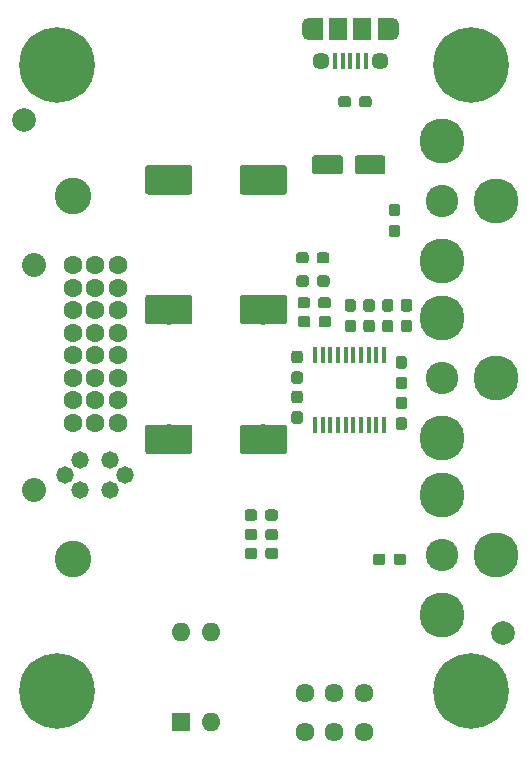
<source format=gts>
G04 #@! TF.GenerationSoftware,KiCad,Pcbnew,(5.1.0)-1*
G04 #@! TF.CreationDate,2019-06-17T14:55:03-04:00*
G04 #@! TF.ProjectId,comp2dvi2,636f6d70-3264-4766-9932-2e6b69636164,rev?*
G04 #@! TF.SameCoordinates,PX528a7e4PY5879c7c*
G04 #@! TF.FileFunction,Soldermask,Top*
G04 #@! TF.FilePolarity,Negative*
%FSLAX46Y46*%
G04 Gerber Fmt 4.6, Leading zero omitted, Abs format (unit mm)*
G04 Created by KiCad (PCBNEW (5.1.0)-1) date 2019-06-17 14:55:03*
%MOMM*%
%LPD*%
G04 APERTURE LIST*
%ADD10C,6.400000*%
%ADD11C,0.800000*%
%ADD12C,2.000000*%
%ADD13R,0.450000X1.450000*%
%ADD14O,1.600000X1.600000*%
%ADD15R,1.600000X1.600000*%
%ADD16R,1.200000X1.900000*%
%ADD17O,1.200000X1.900000*%
%ADD18R,1.500000X1.900000*%
%ADD19C,1.450000*%
%ADD20R,0.400000X1.350000*%
%ADD21C,1.611200*%
%ADD22C,0.100000*%
%ADD23C,0.950000*%
%ADD24C,2.753200*%
%ADD25C,3.819200*%
%ADD26C,1.600000*%
%ADD27C,2.500000*%
%ADD28C,1.600200*%
%ADD29C,1.473200*%
%ADD30C,2.032000*%
%ADD31C,3.098800*%
G04 APERTURE END LIST*
D10*
X-16391500Y-25674500D03*
D11*
X-13991500Y-25674500D03*
X-14694444Y-27371556D03*
X-16391500Y-28074500D03*
X-18088556Y-27371556D03*
X-18791500Y-25674500D03*
X-18088556Y-23977444D03*
X-16391500Y-23274500D03*
X-14694444Y-23977444D03*
X-14694444Y29022556D03*
X-16391500Y29725500D03*
X-18088556Y29022556D03*
X-18791500Y27325500D03*
X-18088556Y25628444D03*
X-16391500Y24925500D03*
X-14694444Y25628444D03*
X-13991500Y27325500D03*
D10*
X-16391500Y27325500D03*
X18677500Y27325500D03*
D11*
X21077500Y27325500D03*
X20374556Y25628444D03*
X18677500Y24925500D03*
X16980444Y25628444D03*
X16277500Y27325500D03*
X16980444Y29022556D03*
X18677500Y29725500D03*
X20374556Y29022556D03*
X20374556Y-23977444D03*
X18677500Y-23274500D03*
X16980444Y-23977444D03*
X16277500Y-25674500D03*
X16980444Y-27371556D03*
X18677500Y-28074500D03*
X20374556Y-27371556D03*
X21077500Y-25674500D03*
D10*
X18677500Y-25674500D03*
D12*
X21399500Y-20764500D03*
X-19141500Y22625500D03*
D13*
X11307000Y2759500D03*
X10657000Y2759500D03*
X10007000Y2759500D03*
X9357000Y2759500D03*
X8707000Y2759500D03*
X8057000Y2759500D03*
X7407000Y2759500D03*
X6757000Y2759500D03*
X6107000Y2759500D03*
X5457000Y2759500D03*
X5457000Y-3140500D03*
X6107000Y-3140500D03*
X6757000Y-3140500D03*
X7407000Y-3140500D03*
X8057000Y-3140500D03*
X8707000Y-3140500D03*
X9357000Y-3140500D03*
X10007000Y-3140500D03*
X10657000Y-3140500D03*
X11307000Y-3140500D03*
D14*
X-5905500Y-20662900D03*
X-3365500Y-28282900D03*
X-3365500Y-20662900D03*
D15*
X-5905500Y-28282900D03*
D16*
X11345500Y30384000D03*
X5545500Y30384000D03*
D17*
X4945500Y30384000D03*
X11945500Y30384000D03*
D18*
X9445500Y30384000D03*
D19*
X5945500Y27684000D03*
D20*
X8445500Y27684000D03*
X7795500Y27684000D03*
X7145500Y27684000D03*
X9745500Y27684000D03*
X9095500Y27684000D03*
D19*
X10945500Y27684000D03*
D18*
X7445500Y30384000D03*
D21*
X4599300Y-25895500D03*
X7099300Y-25895500D03*
X9599300Y-25895500D03*
X9599300Y-29195500D03*
X7099300Y-29195500D03*
X4599300Y-29195500D03*
D22*
G36*
X2098879Y-13559644D02*
G01*
X2121934Y-13563063D01*
X2144543Y-13568727D01*
X2166487Y-13576579D01*
X2187557Y-13586544D01*
X2207548Y-13598526D01*
X2226268Y-13612410D01*
X2243538Y-13628062D01*
X2259190Y-13645332D01*
X2273074Y-13664052D01*
X2285056Y-13684043D01*
X2295021Y-13705113D01*
X2302873Y-13727057D01*
X2308537Y-13749666D01*
X2311956Y-13772721D01*
X2313100Y-13796000D01*
X2313100Y-14271000D01*
X2311956Y-14294279D01*
X2308537Y-14317334D01*
X2302873Y-14339943D01*
X2295021Y-14361887D01*
X2285056Y-14382957D01*
X2273074Y-14402948D01*
X2259190Y-14421668D01*
X2243538Y-14438938D01*
X2226268Y-14454590D01*
X2207548Y-14468474D01*
X2187557Y-14480456D01*
X2166487Y-14490421D01*
X2144543Y-14498273D01*
X2121934Y-14503937D01*
X2098879Y-14507356D01*
X2075600Y-14508500D01*
X1500600Y-14508500D01*
X1477321Y-14507356D01*
X1454266Y-14503937D01*
X1431657Y-14498273D01*
X1409713Y-14490421D01*
X1388643Y-14480456D01*
X1368652Y-14468474D01*
X1349932Y-14454590D01*
X1332662Y-14438938D01*
X1317010Y-14421668D01*
X1303126Y-14402948D01*
X1291144Y-14382957D01*
X1281179Y-14361887D01*
X1273327Y-14339943D01*
X1267663Y-14317334D01*
X1264244Y-14294279D01*
X1263100Y-14271000D01*
X1263100Y-13796000D01*
X1264244Y-13772721D01*
X1267663Y-13749666D01*
X1273327Y-13727057D01*
X1281179Y-13705113D01*
X1291144Y-13684043D01*
X1303126Y-13664052D01*
X1317010Y-13645332D01*
X1332662Y-13628062D01*
X1349932Y-13612410D01*
X1368652Y-13598526D01*
X1388643Y-13586544D01*
X1409713Y-13576579D01*
X1431657Y-13568727D01*
X1454266Y-13563063D01*
X1477321Y-13559644D01*
X1500600Y-13558500D01*
X2075600Y-13558500D01*
X2098879Y-13559644D01*
X2098879Y-13559644D01*
G37*
D23*
X1788100Y-14033500D03*
D22*
G36*
X348879Y-13559644D02*
G01*
X371934Y-13563063D01*
X394543Y-13568727D01*
X416487Y-13576579D01*
X437557Y-13586544D01*
X457548Y-13598526D01*
X476268Y-13612410D01*
X493538Y-13628062D01*
X509190Y-13645332D01*
X523074Y-13664052D01*
X535056Y-13684043D01*
X545021Y-13705113D01*
X552873Y-13727057D01*
X558537Y-13749666D01*
X561956Y-13772721D01*
X563100Y-13796000D01*
X563100Y-14271000D01*
X561956Y-14294279D01*
X558537Y-14317334D01*
X552873Y-14339943D01*
X545021Y-14361887D01*
X535056Y-14382957D01*
X523074Y-14402948D01*
X509190Y-14421668D01*
X493538Y-14438938D01*
X476268Y-14454590D01*
X457548Y-14468474D01*
X437557Y-14480456D01*
X416487Y-14490421D01*
X394543Y-14498273D01*
X371934Y-14503937D01*
X348879Y-14507356D01*
X325600Y-14508500D01*
X-249400Y-14508500D01*
X-272679Y-14507356D01*
X-295734Y-14503937D01*
X-318343Y-14498273D01*
X-340287Y-14490421D01*
X-361357Y-14480456D01*
X-381348Y-14468474D01*
X-400068Y-14454590D01*
X-417338Y-14438938D01*
X-432990Y-14421668D01*
X-446874Y-14402948D01*
X-458856Y-14382957D01*
X-468821Y-14361887D01*
X-476673Y-14339943D01*
X-482337Y-14317334D01*
X-485756Y-14294279D01*
X-486900Y-14271000D01*
X-486900Y-13796000D01*
X-485756Y-13772721D01*
X-482337Y-13749666D01*
X-476673Y-13727057D01*
X-468821Y-13705113D01*
X-458856Y-13684043D01*
X-446874Y-13664052D01*
X-432990Y-13645332D01*
X-417338Y-13628062D01*
X-400068Y-13612410D01*
X-381348Y-13598526D01*
X-361357Y-13586544D01*
X-340287Y-13576579D01*
X-318343Y-13568727D01*
X-295734Y-13563063D01*
X-272679Y-13559644D01*
X-249400Y-13558500D01*
X325600Y-13558500D01*
X348879Y-13559644D01*
X348879Y-13559644D01*
G37*
D23*
X38100Y-14033500D03*
D22*
G36*
X2088779Y-11972144D02*
G01*
X2111834Y-11975563D01*
X2134443Y-11981227D01*
X2156387Y-11989079D01*
X2177457Y-11999044D01*
X2197448Y-12011026D01*
X2216168Y-12024910D01*
X2233438Y-12040562D01*
X2249090Y-12057832D01*
X2262974Y-12076552D01*
X2274956Y-12096543D01*
X2284921Y-12117613D01*
X2292773Y-12139557D01*
X2298437Y-12162166D01*
X2301856Y-12185221D01*
X2303000Y-12208500D01*
X2303000Y-12683500D01*
X2301856Y-12706779D01*
X2298437Y-12729834D01*
X2292773Y-12752443D01*
X2284921Y-12774387D01*
X2274956Y-12795457D01*
X2262974Y-12815448D01*
X2249090Y-12834168D01*
X2233438Y-12851438D01*
X2216168Y-12867090D01*
X2197448Y-12880974D01*
X2177457Y-12892956D01*
X2156387Y-12902921D01*
X2134443Y-12910773D01*
X2111834Y-12916437D01*
X2088779Y-12919856D01*
X2065500Y-12921000D01*
X1490500Y-12921000D01*
X1467221Y-12919856D01*
X1444166Y-12916437D01*
X1421557Y-12910773D01*
X1399613Y-12902921D01*
X1378543Y-12892956D01*
X1358552Y-12880974D01*
X1339832Y-12867090D01*
X1322562Y-12851438D01*
X1306910Y-12834168D01*
X1293026Y-12815448D01*
X1281044Y-12795457D01*
X1271079Y-12774387D01*
X1263227Y-12752443D01*
X1257563Y-12729834D01*
X1254144Y-12706779D01*
X1253000Y-12683500D01*
X1253000Y-12208500D01*
X1254144Y-12185221D01*
X1257563Y-12162166D01*
X1263227Y-12139557D01*
X1271079Y-12117613D01*
X1281044Y-12096543D01*
X1293026Y-12076552D01*
X1306910Y-12057832D01*
X1322562Y-12040562D01*
X1339832Y-12024910D01*
X1358552Y-12011026D01*
X1378543Y-11999044D01*
X1399613Y-11989079D01*
X1421557Y-11981227D01*
X1444166Y-11975563D01*
X1467221Y-11972144D01*
X1490500Y-11971000D01*
X2065500Y-11971000D01*
X2088779Y-11972144D01*
X2088779Y-11972144D01*
G37*
D23*
X1778000Y-12446000D03*
D22*
G36*
X338779Y-11972144D02*
G01*
X361834Y-11975563D01*
X384443Y-11981227D01*
X406387Y-11989079D01*
X427457Y-11999044D01*
X447448Y-12011026D01*
X466168Y-12024910D01*
X483438Y-12040562D01*
X499090Y-12057832D01*
X512974Y-12076552D01*
X524956Y-12096543D01*
X534921Y-12117613D01*
X542773Y-12139557D01*
X548437Y-12162166D01*
X551856Y-12185221D01*
X553000Y-12208500D01*
X553000Y-12683500D01*
X551856Y-12706779D01*
X548437Y-12729834D01*
X542773Y-12752443D01*
X534921Y-12774387D01*
X524956Y-12795457D01*
X512974Y-12815448D01*
X499090Y-12834168D01*
X483438Y-12851438D01*
X466168Y-12867090D01*
X447448Y-12880974D01*
X427457Y-12892956D01*
X406387Y-12902921D01*
X384443Y-12910773D01*
X361834Y-12916437D01*
X338779Y-12919856D01*
X315500Y-12921000D01*
X-259500Y-12921000D01*
X-282779Y-12919856D01*
X-305834Y-12916437D01*
X-328443Y-12910773D01*
X-350387Y-12902921D01*
X-371457Y-12892956D01*
X-391448Y-12880974D01*
X-410168Y-12867090D01*
X-427438Y-12851438D01*
X-443090Y-12834168D01*
X-456974Y-12815448D01*
X-468956Y-12795457D01*
X-478921Y-12774387D01*
X-486773Y-12752443D01*
X-492437Y-12729834D01*
X-495856Y-12706779D01*
X-497000Y-12683500D01*
X-497000Y-12208500D01*
X-495856Y-12185221D01*
X-492437Y-12162166D01*
X-486773Y-12139557D01*
X-478921Y-12117613D01*
X-468956Y-12096543D01*
X-456974Y-12076552D01*
X-443090Y-12057832D01*
X-427438Y-12040562D01*
X-410168Y-12024910D01*
X-391448Y-12011026D01*
X-371457Y-11999044D01*
X-350387Y-11989079D01*
X-328443Y-11981227D01*
X-305834Y-11975563D01*
X-282779Y-11972144D01*
X-259500Y-11971000D01*
X315500Y-11971000D01*
X338779Y-11972144D01*
X338779Y-11972144D01*
G37*
D23*
X28000Y-12446000D03*
D22*
G36*
X2088779Y-10321144D02*
G01*
X2111834Y-10324563D01*
X2134443Y-10330227D01*
X2156387Y-10338079D01*
X2177457Y-10348044D01*
X2197448Y-10360026D01*
X2216168Y-10373910D01*
X2233438Y-10389562D01*
X2249090Y-10406832D01*
X2262974Y-10425552D01*
X2274956Y-10445543D01*
X2284921Y-10466613D01*
X2292773Y-10488557D01*
X2298437Y-10511166D01*
X2301856Y-10534221D01*
X2303000Y-10557500D01*
X2303000Y-11032500D01*
X2301856Y-11055779D01*
X2298437Y-11078834D01*
X2292773Y-11101443D01*
X2284921Y-11123387D01*
X2274956Y-11144457D01*
X2262974Y-11164448D01*
X2249090Y-11183168D01*
X2233438Y-11200438D01*
X2216168Y-11216090D01*
X2197448Y-11229974D01*
X2177457Y-11241956D01*
X2156387Y-11251921D01*
X2134443Y-11259773D01*
X2111834Y-11265437D01*
X2088779Y-11268856D01*
X2065500Y-11270000D01*
X1490500Y-11270000D01*
X1467221Y-11268856D01*
X1444166Y-11265437D01*
X1421557Y-11259773D01*
X1399613Y-11251921D01*
X1378543Y-11241956D01*
X1358552Y-11229974D01*
X1339832Y-11216090D01*
X1322562Y-11200438D01*
X1306910Y-11183168D01*
X1293026Y-11164448D01*
X1281044Y-11144457D01*
X1271079Y-11123387D01*
X1263227Y-11101443D01*
X1257563Y-11078834D01*
X1254144Y-11055779D01*
X1253000Y-11032500D01*
X1253000Y-10557500D01*
X1254144Y-10534221D01*
X1257563Y-10511166D01*
X1263227Y-10488557D01*
X1271079Y-10466613D01*
X1281044Y-10445543D01*
X1293026Y-10425552D01*
X1306910Y-10406832D01*
X1322562Y-10389562D01*
X1339832Y-10373910D01*
X1358552Y-10360026D01*
X1378543Y-10348044D01*
X1399613Y-10338079D01*
X1421557Y-10330227D01*
X1444166Y-10324563D01*
X1467221Y-10321144D01*
X1490500Y-10320000D01*
X2065500Y-10320000D01*
X2088779Y-10321144D01*
X2088779Y-10321144D01*
G37*
D23*
X1778000Y-10795000D03*
D22*
G36*
X338779Y-10321144D02*
G01*
X361834Y-10324563D01*
X384443Y-10330227D01*
X406387Y-10338079D01*
X427457Y-10348044D01*
X447448Y-10360026D01*
X466168Y-10373910D01*
X483438Y-10389562D01*
X499090Y-10406832D01*
X512974Y-10425552D01*
X524956Y-10445543D01*
X534921Y-10466613D01*
X542773Y-10488557D01*
X548437Y-10511166D01*
X551856Y-10534221D01*
X553000Y-10557500D01*
X553000Y-11032500D01*
X551856Y-11055779D01*
X548437Y-11078834D01*
X542773Y-11101443D01*
X534921Y-11123387D01*
X524956Y-11144457D01*
X512974Y-11164448D01*
X499090Y-11183168D01*
X483438Y-11200438D01*
X466168Y-11216090D01*
X447448Y-11229974D01*
X427457Y-11241956D01*
X406387Y-11251921D01*
X384443Y-11259773D01*
X361834Y-11265437D01*
X338779Y-11268856D01*
X315500Y-11270000D01*
X-259500Y-11270000D01*
X-282779Y-11268856D01*
X-305834Y-11265437D01*
X-328443Y-11259773D01*
X-350387Y-11251921D01*
X-371457Y-11241956D01*
X-391448Y-11229974D01*
X-410168Y-11216090D01*
X-427438Y-11200438D01*
X-443090Y-11183168D01*
X-456974Y-11164448D01*
X-468956Y-11144457D01*
X-478921Y-11123387D01*
X-486773Y-11101443D01*
X-492437Y-11078834D01*
X-495856Y-11055779D01*
X-497000Y-11032500D01*
X-497000Y-10557500D01*
X-495856Y-10534221D01*
X-492437Y-10511166D01*
X-486773Y-10488557D01*
X-478921Y-10466613D01*
X-468956Y-10445543D01*
X-456974Y-10425552D01*
X-443090Y-10406832D01*
X-427438Y-10389562D01*
X-410168Y-10373910D01*
X-391448Y-10360026D01*
X-371457Y-10348044D01*
X-350387Y-10338079D01*
X-328443Y-10330227D01*
X-305834Y-10324563D01*
X-282779Y-10321144D01*
X-259500Y-10320000D01*
X315500Y-10320000D01*
X338779Y-10321144D01*
X338779Y-10321144D01*
G37*
D23*
X28000Y-10795000D03*
D24*
X16184500Y-14174500D03*
D25*
X16184500Y-19262500D03*
X16184500Y-9086500D03*
X20804500Y-14174500D03*
D22*
G36*
X4692279Y11459356D02*
G01*
X4715334Y11455937D01*
X4737943Y11450273D01*
X4759887Y11442421D01*
X4780957Y11432456D01*
X4800948Y11420474D01*
X4819668Y11406590D01*
X4836938Y11390938D01*
X4852590Y11373668D01*
X4866474Y11354948D01*
X4878456Y11334957D01*
X4888421Y11313887D01*
X4896273Y11291943D01*
X4901937Y11269334D01*
X4905356Y11246279D01*
X4906500Y11223000D01*
X4906500Y10748000D01*
X4905356Y10724721D01*
X4901937Y10701666D01*
X4896273Y10679057D01*
X4888421Y10657113D01*
X4878456Y10636043D01*
X4866474Y10616052D01*
X4852590Y10597332D01*
X4836938Y10580062D01*
X4819668Y10564410D01*
X4800948Y10550526D01*
X4780957Y10538544D01*
X4759887Y10528579D01*
X4737943Y10520727D01*
X4715334Y10515063D01*
X4692279Y10511644D01*
X4669000Y10510500D01*
X4094000Y10510500D01*
X4070721Y10511644D01*
X4047666Y10515063D01*
X4025057Y10520727D01*
X4003113Y10528579D01*
X3982043Y10538544D01*
X3962052Y10550526D01*
X3943332Y10564410D01*
X3926062Y10580062D01*
X3910410Y10597332D01*
X3896526Y10616052D01*
X3884544Y10636043D01*
X3874579Y10657113D01*
X3866727Y10679057D01*
X3861063Y10701666D01*
X3857644Y10724721D01*
X3856500Y10748000D01*
X3856500Y11223000D01*
X3857644Y11246279D01*
X3861063Y11269334D01*
X3866727Y11291943D01*
X3874579Y11313887D01*
X3884544Y11334957D01*
X3896526Y11354948D01*
X3910410Y11373668D01*
X3926062Y11390938D01*
X3943332Y11406590D01*
X3962052Y11420474D01*
X3982043Y11432456D01*
X4003113Y11442421D01*
X4025057Y11450273D01*
X4047666Y11455937D01*
X4070721Y11459356D01*
X4094000Y11460500D01*
X4669000Y11460500D01*
X4692279Y11459356D01*
X4692279Y11459356D01*
G37*
D23*
X4381500Y10985500D03*
D22*
G36*
X6442279Y11459356D02*
G01*
X6465334Y11455937D01*
X6487943Y11450273D01*
X6509887Y11442421D01*
X6530957Y11432456D01*
X6550948Y11420474D01*
X6569668Y11406590D01*
X6586938Y11390938D01*
X6602590Y11373668D01*
X6616474Y11354948D01*
X6628456Y11334957D01*
X6638421Y11313887D01*
X6646273Y11291943D01*
X6651937Y11269334D01*
X6655356Y11246279D01*
X6656500Y11223000D01*
X6656500Y10748000D01*
X6655356Y10724721D01*
X6651937Y10701666D01*
X6646273Y10679057D01*
X6638421Y10657113D01*
X6628456Y10636043D01*
X6616474Y10616052D01*
X6602590Y10597332D01*
X6586938Y10580062D01*
X6569668Y10564410D01*
X6550948Y10550526D01*
X6530957Y10538544D01*
X6509887Y10528579D01*
X6487943Y10520727D01*
X6465334Y10515063D01*
X6442279Y10511644D01*
X6419000Y10510500D01*
X5844000Y10510500D01*
X5820721Y10511644D01*
X5797666Y10515063D01*
X5775057Y10520727D01*
X5753113Y10528579D01*
X5732043Y10538544D01*
X5712052Y10550526D01*
X5693332Y10564410D01*
X5676062Y10580062D01*
X5660410Y10597332D01*
X5646526Y10616052D01*
X5634544Y10636043D01*
X5624579Y10657113D01*
X5616727Y10679057D01*
X5611063Y10701666D01*
X5607644Y10724721D01*
X5606500Y10748000D01*
X5606500Y11223000D01*
X5607644Y11246279D01*
X5611063Y11269334D01*
X5616727Y11291943D01*
X5624579Y11313887D01*
X5634544Y11334957D01*
X5646526Y11354948D01*
X5660410Y11373668D01*
X5676062Y11390938D01*
X5693332Y11406590D01*
X5712052Y11420474D01*
X5732043Y11432456D01*
X5753113Y11442421D01*
X5775057Y11450273D01*
X5797666Y11455937D01*
X5820721Y11459356D01*
X5844000Y11460500D01*
X6419000Y11460500D01*
X6442279Y11459356D01*
X6442279Y11459356D01*
G37*
D23*
X6131500Y10985500D03*
D22*
G36*
X4197779Y1363356D02*
G01*
X4220834Y1359937D01*
X4243443Y1354273D01*
X4265387Y1346421D01*
X4286457Y1336456D01*
X4306448Y1324474D01*
X4325168Y1310590D01*
X4342438Y1294938D01*
X4358090Y1277668D01*
X4371974Y1258948D01*
X4383956Y1238957D01*
X4393921Y1217887D01*
X4401773Y1195943D01*
X4407437Y1173334D01*
X4410856Y1150279D01*
X4412000Y1127000D01*
X4412000Y552000D01*
X4410856Y528721D01*
X4407437Y505666D01*
X4401773Y483057D01*
X4393921Y461113D01*
X4383956Y440043D01*
X4371974Y420052D01*
X4358090Y401332D01*
X4342438Y384062D01*
X4325168Y368410D01*
X4306448Y354526D01*
X4286457Y342544D01*
X4265387Y332579D01*
X4243443Y324727D01*
X4220834Y319063D01*
X4197779Y315644D01*
X4174500Y314500D01*
X3699500Y314500D01*
X3676221Y315644D01*
X3653166Y319063D01*
X3630557Y324727D01*
X3608613Y332579D01*
X3587543Y342544D01*
X3567552Y354526D01*
X3548832Y368410D01*
X3531562Y384062D01*
X3515910Y401332D01*
X3502026Y420052D01*
X3490044Y440043D01*
X3480079Y461113D01*
X3472227Y483057D01*
X3466563Y505666D01*
X3463144Y528721D01*
X3462000Y552000D01*
X3462000Y1127000D01*
X3463144Y1150279D01*
X3466563Y1173334D01*
X3472227Y1195943D01*
X3480079Y1217887D01*
X3490044Y1238957D01*
X3502026Y1258948D01*
X3515910Y1277668D01*
X3531562Y1294938D01*
X3548832Y1310590D01*
X3567552Y1324474D01*
X3587543Y1336456D01*
X3608613Y1346421D01*
X3630557Y1354273D01*
X3653166Y1359937D01*
X3676221Y1363356D01*
X3699500Y1364500D01*
X4174500Y1364500D01*
X4197779Y1363356D01*
X4197779Y1363356D01*
G37*
D23*
X3937000Y839500D03*
D22*
G36*
X4197779Y3113356D02*
G01*
X4220834Y3109937D01*
X4243443Y3104273D01*
X4265387Y3096421D01*
X4286457Y3086456D01*
X4306448Y3074474D01*
X4325168Y3060590D01*
X4342438Y3044938D01*
X4358090Y3027668D01*
X4371974Y3008948D01*
X4383956Y2988957D01*
X4393921Y2967887D01*
X4401773Y2945943D01*
X4407437Y2923334D01*
X4410856Y2900279D01*
X4412000Y2877000D01*
X4412000Y2302000D01*
X4410856Y2278721D01*
X4407437Y2255666D01*
X4401773Y2233057D01*
X4393921Y2211113D01*
X4383956Y2190043D01*
X4371974Y2170052D01*
X4358090Y2151332D01*
X4342438Y2134062D01*
X4325168Y2118410D01*
X4306448Y2104526D01*
X4286457Y2092544D01*
X4265387Y2082579D01*
X4243443Y2074727D01*
X4220834Y2069063D01*
X4197779Y2065644D01*
X4174500Y2064500D01*
X3699500Y2064500D01*
X3676221Y2065644D01*
X3653166Y2069063D01*
X3630557Y2074727D01*
X3608613Y2082579D01*
X3587543Y2092544D01*
X3567552Y2104526D01*
X3548832Y2118410D01*
X3531562Y2134062D01*
X3515910Y2151332D01*
X3502026Y2170052D01*
X3490044Y2190043D01*
X3480079Y2211113D01*
X3472227Y2233057D01*
X3466563Y2255666D01*
X3463144Y2278721D01*
X3462000Y2302000D01*
X3462000Y2877000D01*
X3463144Y2900279D01*
X3466563Y2923334D01*
X3472227Y2945943D01*
X3480079Y2967887D01*
X3490044Y2988957D01*
X3502026Y3008948D01*
X3515910Y3027668D01*
X3531562Y3044938D01*
X3548832Y3060590D01*
X3567552Y3074474D01*
X3587543Y3086456D01*
X3608613Y3096421D01*
X3630557Y3104273D01*
X3653166Y3109937D01*
X3676221Y3113356D01*
X3699500Y3114500D01*
X4174500Y3114500D01*
X4197779Y3113356D01*
X4197779Y3113356D01*
G37*
D23*
X3937000Y2589500D03*
D22*
G36*
X11881279Y5730856D02*
G01*
X11904334Y5727437D01*
X11926943Y5721773D01*
X11948887Y5713921D01*
X11969957Y5703956D01*
X11989948Y5691974D01*
X12008668Y5678090D01*
X12025938Y5662438D01*
X12041590Y5645168D01*
X12055474Y5626448D01*
X12067456Y5606457D01*
X12077421Y5585387D01*
X12085273Y5563443D01*
X12090937Y5540834D01*
X12094356Y5517779D01*
X12095500Y5494500D01*
X12095500Y4919500D01*
X12094356Y4896221D01*
X12090937Y4873166D01*
X12085273Y4850557D01*
X12077421Y4828613D01*
X12067456Y4807543D01*
X12055474Y4787552D01*
X12041590Y4768832D01*
X12025938Y4751562D01*
X12008668Y4735910D01*
X11989948Y4722026D01*
X11969957Y4710044D01*
X11948887Y4700079D01*
X11926943Y4692227D01*
X11904334Y4686563D01*
X11881279Y4683144D01*
X11858000Y4682000D01*
X11383000Y4682000D01*
X11359721Y4683144D01*
X11336666Y4686563D01*
X11314057Y4692227D01*
X11292113Y4700079D01*
X11271043Y4710044D01*
X11251052Y4722026D01*
X11232332Y4735910D01*
X11215062Y4751562D01*
X11199410Y4768832D01*
X11185526Y4787552D01*
X11173544Y4807543D01*
X11163579Y4828613D01*
X11155727Y4850557D01*
X11150063Y4873166D01*
X11146644Y4896221D01*
X11145500Y4919500D01*
X11145500Y5494500D01*
X11146644Y5517779D01*
X11150063Y5540834D01*
X11155727Y5563443D01*
X11163579Y5585387D01*
X11173544Y5606457D01*
X11185526Y5626448D01*
X11199410Y5645168D01*
X11215062Y5662438D01*
X11232332Y5678090D01*
X11251052Y5691974D01*
X11271043Y5703956D01*
X11292113Y5713921D01*
X11314057Y5721773D01*
X11336666Y5727437D01*
X11359721Y5730856D01*
X11383000Y5732000D01*
X11858000Y5732000D01*
X11881279Y5730856D01*
X11881279Y5730856D01*
G37*
D23*
X11620500Y5207000D03*
D22*
G36*
X11881279Y7480856D02*
G01*
X11904334Y7477437D01*
X11926943Y7471773D01*
X11948887Y7463921D01*
X11969957Y7453956D01*
X11989948Y7441974D01*
X12008668Y7428090D01*
X12025938Y7412438D01*
X12041590Y7395168D01*
X12055474Y7376448D01*
X12067456Y7356457D01*
X12077421Y7335387D01*
X12085273Y7313443D01*
X12090937Y7290834D01*
X12094356Y7267779D01*
X12095500Y7244500D01*
X12095500Y6669500D01*
X12094356Y6646221D01*
X12090937Y6623166D01*
X12085273Y6600557D01*
X12077421Y6578613D01*
X12067456Y6557543D01*
X12055474Y6537552D01*
X12041590Y6518832D01*
X12025938Y6501562D01*
X12008668Y6485910D01*
X11989948Y6472026D01*
X11969957Y6460044D01*
X11948887Y6450079D01*
X11926943Y6442227D01*
X11904334Y6436563D01*
X11881279Y6433144D01*
X11858000Y6432000D01*
X11383000Y6432000D01*
X11359721Y6433144D01*
X11336666Y6436563D01*
X11314057Y6442227D01*
X11292113Y6450079D01*
X11271043Y6460044D01*
X11251052Y6472026D01*
X11232332Y6485910D01*
X11215062Y6501562D01*
X11199410Y6518832D01*
X11185526Y6537552D01*
X11173544Y6557543D01*
X11163579Y6578613D01*
X11155727Y6600557D01*
X11150063Y6623166D01*
X11146644Y6646221D01*
X11145500Y6669500D01*
X11145500Y7244500D01*
X11146644Y7267779D01*
X11150063Y7290834D01*
X11155727Y7313443D01*
X11163579Y7335387D01*
X11173544Y7356457D01*
X11185526Y7376448D01*
X11199410Y7395168D01*
X11215062Y7412438D01*
X11232332Y7428090D01*
X11251052Y7441974D01*
X11271043Y7453956D01*
X11292113Y7463921D01*
X11314057Y7471773D01*
X11336666Y7477437D01*
X11359721Y7480856D01*
X11383000Y7482000D01*
X11858000Y7482000D01*
X11881279Y7480856D01*
X11881279Y7480856D01*
G37*
D23*
X11620500Y6957000D03*
D22*
G36*
X10293779Y7480856D02*
G01*
X10316834Y7477437D01*
X10339443Y7471773D01*
X10361387Y7463921D01*
X10382457Y7453956D01*
X10402448Y7441974D01*
X10421168Y7428090D01*
X10438438Y7412438D01*
X10454090Y7395168D01*
X10467974Y7376448D01*
X10479956Y7356457D01*
X10489921Y7335387D01*
X10497773Y7313443D01*
X10503437Y7290834D01*
X10506856Y7267779D01*
X10508000Y7244500D01*
X10508000Y6669500D01*
X10506856Y6646221D01*
X10503437Y6623166D01*
X10497773Y6600557D01*
X10489921Y6578613D01*
X10479956Y6557543D01*
X10467974Y6537552D01*
X10454090Y6518832D01*
X10438438Y6501562D01*
X10421168Y6485910D01*
X10402448Y6472026D01*
X10382457Y6460044D01*
X10361387Y6450079D01*
X10339443Y6442227D01*
X10316834Y6436563D01*
X10293779Y6433144D01*
X10270500Y6432000D01*
X9795500Y6432000D01*
X9772221Y6433144D01*
X9749166Y6436563D01*
X9726557Y6442227D01*
X9704613Y6450079D01*
X9683543Y6460044D01*
X9663552Y6472026D01*
X9644832Y6485910D01*
X9627562Y6501562D01*
X9611910Y6518832D01*
X9598026Y6537552D01*
X9586044Y6557543D01*
X9576079Y6578613D01*
X9568227Y6600557D01*
X9562563Y6623166D01*
X9559144Y6646221D01*
X9558000Y6669500D01*
X9558000Y7244500D01*
X9559144Y7267779D01*
X9562563Y7290834D01*
X9568227Y7313443D01*
X9576079Y7335387D01*
X9586044Y7356457D01*
X9598026Y7376448D01*
X9611910Y7395168D01*
X9627562Y7412438D01*
X9644832Y7428090D01*
X9663552Y7441974D01*
X9683543Y7453956D01*
X9704613Y7463921D01*
X9726557Y7471773D01*
X9749166Y7477437D01*
X9772221Y7480856D01*
X9795500Y7482000D01*
X10270500Y7482000D01*
X10293779Y7480856D01*
X10293779Y7480856D01*
G37*
D23*
X10033000Y6957000D03*
D22*
G36*
X10293779Y5730856D02*
G01*
X10316834Y5727437D01*
X10339443Y5721773D01*
X10361387Y5713921D01*
X10382457Y5703956D01*
X10402448Y5691974D01*
X10421168Y5678090D01*
X10438438Y5662438D01*
X10454090Y5645168D01*
X10467974Y5626448D01*
X10479956Y5606457D01*
X10489921Y5585387D01*
X10497773Y5563443D01*
X10503437Y5540834D01*
X10506856Y5517779D01*
X10508000Y5494500D01*
X10508000Y4919500D01*
X10506856Y4896221D01*
X10503437Y4873166D01*
X10497773Y4850557D01*
X10489921Y4828613D01*
X10479956Y4807543D01*
X10467974Y4787552D01*
X10454090Y4768832D01*
X10438438Y4751562D01*
X10421168Y4735910D01*
X10402448Y4722026D01*
X10382457Y4710044D01*
X10361387Y4700079D01*
X10339443Y4692227D01*
X10316834Y4686563D01*
X10293779Y4683144D01*
X10270500Y4682000D01*
X9795500Y4682000D01*
X9772221Y4683144D01*
X9749166Y4686563D01*
X9726557Y4692227D01*
X9704613Y4700079D01*
X9683543Y4710044D01*
X9663552Y4722026D01*
X9644832Y4735910D01*
X9627562Y4751562D01*
X9611910Y4768832D01*
X9598026Y4787552D01*
X9586044Y4807543D01*
X9576079Y4828613D01*
X9568227Y4850557D01*
X9562563Y4873166D01*
X9559144Y4896221D01*
X9558000Y4919500D01*
X9558000Y5494500D01*
X9559144Y5517779D01*
X9562563Y5540834D01*
X9568227Y5563443D01*
X9576079Y5585387D01*
X9586044Y5606457D01*
X9598026Y5626448D01*
X9611910Y5645168D01*
X9627562Y5662438D01*
X9644832Y5678090D01*
X9663552Y5691974D01*
X9683543Y5703956D01*
X9704613Y5713921D01*
X9726557Y5721773D01*
X9749166Y5727437D01*
X9772221Y5730856D01*
X9795500Y5732000D01*
X10270500Y5732000D01*
X10293779Y5730856D01*
X10293779Y5730856D01*
G37*
D23*
X10033000Y5207000D03*
D22*
G36*
X8706279Y5730856D02*
G01*
X8729334Y5727437D01*
X8751943Y5721773D01*
X8773887Y5713921D01*
X8794957Y5703956D01*
X8814948Y5691974D01*
X8833668Y5678090D01*
X8850938Y5662438D01*
X8866590Y5645168D01*
X8880474Y5626448D01*
X8892456Y5606457D01*
X8902421Y5585387D01*
X8910273Y5563443D01*
X8915937Y5540834D01*
X8919356Y5517779D01*
X8920500Y5494500D01*
X8920500Y4919500D01*
X8919356Y4896221D01*
X8915937Y4873166D01*
X8910273Y4850557D01*
X8902421Y4828613D01*
X8892456Y4807543D01*
X8880474Y4787552D01*
X8866590Y4768832D01*
X8850938Y4751562D01*
X8833668Y4735910D01*
X8814948Y4722026D01*
X8794957Y4710044D01*
X8773887Y4700079D01*
X8751943Y4692227D01*
X8729334Y4686563D01*
X8706279Y4683144D01*
X8683000Y4682000D01*
X8208000Y4682000D01*
X8184721Y4683144D01*
X8161666Y4686563D01*
X8139057Y4692227D01*
X8117113Y4700079D01*
X8096043Y4710044D01*
X8076052Y4722026D01*
X8057332Y4735910D01*
X8040062Y4751562D01*
X8024410Y4768832D01*
X8010526Y4787552D01*
X7998544Y4807543D01*
X7988579Y4828613D01*
X7980727Y4850557D01*
X7975063Y4873166D01*
X7971644Y4896221D01*
X7970500Y4919500D01*
X7970500Y5494500D01*
X7971644Y5517779D01*
X7975063Y5540834D01*
X7980727Y5563443D01*
X7988579Y5585387D01*
X7998544Y5606457D01*
X8010526Y5626448D01*
X8024410Y5645168D01*
X8040062Y5662438D01*
X8057332Y5678090D01*
X8076052Y5691974D01*
X8096043Y5703956D01*
X8117113Y5713921D01*
X8139057Y5721773D01*
X8161666Y5727437D01*
X8184721Y5730856D01*
X8208000Y5732000D01*
X8683000Y5732000D01*
X8706279Y5730856D01*
X8706279Y5730856D01*
G37*
D23*
X8445500Y5207000D03*
D22*
G36*
X8706279Y7480856D02*
G01*
X8729334Y7477437D01*
X8751943Y7471773D01*
X8773887Y7463921D01*
X8794957Y7453956D01*
X8814948Y7441974D01*
X8833668Y7428090D01*
X8850938Y7412438D01*
X8866590Y7395168D01*
X8880474Y7376448D01*
X8892456Y7356457D01*
X8902421Y7335387D01*
X8910273Y7313443D01*
X8915937Y7290834D01*
X8919356Y7267779D01*
X8920500Y7244500D01*
X8920500Y6669500D01*
X8919356Y6646221D01*
X8915937Y6623166D01*
X8910273Y6600557D01*
X8902421Y6578613D01*
X8892456Y6557543D01*
X8880474Y6537552D01*
X8866590Y6518832D01*
X8850938Y6501562D01*
X8833668Y6485910D01*
X8814948Y6472026D01*
X8794957Y6460044D01*
X8773887Y6450079D01*
X8751943Y6442227D01*
X8729334Y6436563D01*
X8706279Y6433144D01*
X8683000Y6432000D01*
X8208000Y6432000D01*
X8184721Y6433144D01*
X8161666Y6436563D01*
X8139057Y6442227D01*
X8117113Y6450079D01*
X8096043Y6460044D01*
X8076052Y6472026D01*
X8057332Y6485910D01*
X8040062Y6501562D01*
X8024410Y6518832D01*
X8010526Y6537552D01*
X7998544Y6557543D01*
X7988579Y6578613D01*
X7980727Y6600557D01*
X7975063Y6623166D01*
X7971644Y6646221D01*
X7970500Y6669500D01*
X7970500Y7244500D01*
X7971644Y7267779D01*
X7975063Y7290834D01*
X7980727Y7313443D01*
X7988579Y7335387D01*
X7998544Y7356457D01*
X8010526Y7376448D01*
X8024410Y7395168D01*
X8040062Y7412438D01*
X8057332Y7428090D01*
X8076052Y7441974D01*
X8096043Y7453956D01*
X8117113Y7463921D01*
X8139057Y7471773D01*
X8161666Y7477437D01*
X8184721Y7480856D01*
X8208000Y7482000D01*
X8683000Y7482000D01*
X8706279Y7480856D01*
X8706279Y7480856D01*
G37*
D23*
X8445500Y6957000D03*
D22*
G36*
X7593004Y19658296D02*
G01*
X7617273Y19654696D01*
X7641071Y19648735D01*
X7664171Y19640470D01*
X7686349Y19629980D01*
X7707393Y19617367D01*
X7727098Y19602753D01*
X7745277Y19586277D01*
X7761753Y19568098D01*
X7776367Y19548393D01*
X7788980Y19527349D01*
X7799470Y19505171D01*
X7807735Y19482071D01*
X7813696Y19458273D01*
X7817296Y19434004D01*
X7818500Y19409500D01*
X7818500Y18309500D01*
X7817296Y18284996D01*
X7813696Y18260727D01*
X7807735Y18236929D01*
X7799470Y18213829D01*
X7788980Y18191651D01*
X7776367Y18170607D01*
X7761753Y18150902D01*
X7745277Y18132723D01*
X7727098Y18116247D01*
X7707393Y18101633D01*
X7686349Y18089020D01*
X7664171Y18078530D01*
X7641071Y18070265D01*
X7617273Y18064304D01*
X7593004Y18060704D01*
X7568500Y18059500D01*
X5468500Y18059500D01*
X5443996Y18060704D01*
X5419727Y18064304D01*
X5395929Y18070265D01*
X5372829Y18078530D01*
X5350651Y18089020D01*
X5329607Y18101633D01*
X5309902Y18116247D01*
X5291723Y18132723D01*
X5275247Y18150902D01*
X5260633Y18170607D01*
X5248020Y18191651D01*
X5237530Y18213829D01*
X5229265Y18236929D01*
X5223304Y18260727D01*
X5219704Y18284996D01*
X5218500Y18309500D01*
X5218500Y19409500D01*
X5219704Y19434004D01*
X5223304Y19458273D01*
X5229265Y19482071D01*
X5237530Y19505171D01*
X5248020Y19527349D01*
X5260633Y19548393D01*
X5275247Y19568098D01*
X5291723Y19586277D01*
X5309902Y19602753D01*
X5329607Y19617367D01*
X5350651Y19629980D01*
X5372829Y19640470D01*
X5395929Y19648735D01*
X5419727Y19654696D01*
X5443996Y19658296D01*
X5468500Y19659500D01*
X7568500Y19659500D01*
X7593004Y19658296D01*
X7593004Y19658296D01*
G37*
D26*
X6518500Y18859500D03*
D22*
G36*
X11193004Y19658296D02*
G01*
X11217273Y19654696D01*
X11241071Y19648735D01*
X11264171Y19640470D01*
X11286349Y19629980D01*
X11307393Y19617367D01*
X11327098Y19602753D01*
X11345277Y19586277D01*
X11361753Y19568098D01*
X11376367Y19548393D01*
X11388980Y19527349D01*
X11399470Y19505171D01*
X11407735Y19482071D01*
X11413696Y19458273D01*
X11417296Y19434004D01*
X11418500Y19409500D01*
X11418500Y18309500D01*
X11417296Y18284996D01*
X11413696Y18260727D01*
X11407735Y18236929D01*
X11399470Y18213829D01*
X11388980Y18191651D01*
X11376367Y18170607D01*
X11361753Y18150902D01*
X11345277Y18132723D01*
X11327098Y18116247D01*
X11307393Y18101633D01*
X11286349Y18089020D01*
X11264171Y18078530D01*
X11241071Y18070265D01*
X11217273Y18064304D01*
X11193004Y18060704D01*
X11168500Y18059500D01*
X9068500Y18059500D01*
X9043996Y18060704D01*
X9019727Y18064304D01*
X8995929Y18070265D01*
X8972829Y18078530D01*
X8950651Y18089020D01*
X8929607Y18101633D01*
X8909902Y18116247D01*
X8891723Y18132723D01*
X8875247Y18150902D01*
X8860633Y18170607D01*
X8848020Y18191651D01*
X8837530Y18213829D01*
X8829265Y18236929D01*
X8823304Y18260727D01*
X8819704Y18284996D01*
X8818500Y18309500D01*
X8818500Y19409500D01*
X8819704Y19434004D01*
X8823304Y19458273D01*
X8829265Y19482071D01*
X8837530Y19505171D01*
X8848020Y19527349D01*
X8860633Y19548393D01*
X8875247Y19568098D01*
X8891723Y19586277D01*
X8909902Y19602753D01*
X8929607Y19617367D01*
X8950651Y19629980D01*
X8972829Y19640470D01*
X8995929Y19648735D01*
X9019727Y19654696D01*
X9043996Y19658296D01*
X9068500Y19659500D01*
X11168500Y19659500D01*
X11193004Y19658296D01*
X11193004Y19658296D01*
G37*
D26*
X10118500Y18859500D03*
D22*
G36*
X13024279Y904856D02*
G01*
X13047334Y901437D01*
X13069943Y895773D01*
X13091887Y887921D01*
X13112957Y877956D01*
X13132948Y865974D01*
X13151668Y852090D01*
X13168938Y836438D01*
X13184590Y819168D01*
X13198474Y800448D01*
X13210456Y780457D01*
X13220421Y759387D01*
X13228273Y737443D01*
X13233937Y714834D01*
X13237356Y691779D01*
X13238500Y668500D01*
X13238500Y93500D01*
X13237356Y70221D01*
X13233937Y47166D01*
X13228273Y24557D01*
X13220421Y2613D01*
X13210456Y-18457D01*
X13198474Y-38448D01*
X13184590Y-57168D01*
X13168938Y-74438D01*
X13151668Y-90090D01*
X13132948Y-103974D01*
X13112957Y-115956D01*
X13091887Y-125921D01*
X13069943Y-133773D01*
X13047334Y-139437D01*
X13024279Y-142856D01*
X13001000Y-144000D01*
X12526000Y-144000D01*
X12502721Y-142856D01*
X12479666Y-139437D01*
X12457057Y-133773D01*
X12435113Y-125921D01*
X12414043Y-115956D01*
X12394052Y-103974D01*
X12375332Y-90090D01*
X12358062Y-74438D01*
X12342410Y-57168D01*
X12328526Y-38448D01*
X12316544Y-18457D01*
X12306579Y2613D01*
X12298727Y24557D01*
X12293063Y47166D01*
X12289644Y70221D01*
X12288500Y93500D01*
X12288500Y668500D01*
X12289644Y691779D01*
X12293063Y714834D01*
X12298727Y737443D01*
X12306579Y759387D01*
X12316544Y780457D01*
X12328526Y800448D01*
X12342410Y819168D01*
X12358062Y836438D01*
X12375332Y852090D01*
X12394052Y865974D01*
X12414043Y877956D01*
X12435113Y887921D01*
X12457057Y895773D01*
X12479666Y901437D01*
X12502721Y904856D01*
X12526000Y906000D01*
X13001000Y906000D01*
X13024279Y904856D01*
X13024279Y904856D01*
G37*
D23*
X12763500Y381000D03*
D22*
G36*
X13024279Y2654856D02*
G01*
X13047334Y2651437D01*
X13069943Y2645773D01*
X13091887Y2637921D01*
X13112957Y2627956D01*
X13132948Y2615974D01*
X13151668Y2602090D01*
X13168938Y2586438D01*
X13184590Y2569168D01*
X13198474Y2550448D01*
X13210456Y2530457D01*
X13220421Y2509387D01*
X13228273Y2487443D01*
X13233937Y2464834D01*
X13237356Y2441779D01*
X13238500Y2418500D01*
X13238500Y1843500D01*
X13237356Y1820221D01*
X13233937Y1797166D01*
X13228273Y1774557D01*
X13220421Y1752613D01*
X13210456Y1731543D01*
X13198474Y1711552D01*
X13184590Y1692832D01*
X13168938Y1675562D01*
X13151668Y1659910D01*
X13132948Y1646026D01*
X13112957Y1634044D01*
X13091887Y1624079D01*
X13069943Y1616227D01*
X13047334Y1610563D01*
X13024279Y1607144D01*
X13001000Y1606000D01*
X12526000Y1606000D01*
X12502721Y1607144D01*
X12479666Y1610563D01*
X12457057Y1616227D01*
X12435113Y1624079D01*
X12414043Y1634044D01*
X12394052Y1646026D01*
X12375332Y1659910D01*
X12358062Y1675562D01*
X12342410Y1692832D01*
X12328526Y1711552D01*
X12316544Y1731543D01*
X12306579Y1752613D01*
X12298727Y1774557D01*
X12293063Y1797166D01*
X12289644Y1820221D01*
X12288500Y1843500D01*
X12288500Y2418500D01*
X12289644Y2441779D01*
X12293063Y2464834D01*
X12298727Y2487443D01*
X12306579Y2509387D01*
X12316544Y2530457D01*
X12328526Y2550448D01*
X12342410Y2569168D01*
X12358062Y2586438D01*
X12375332Y2602090D01*
X12394052Y2615974D01*
X12414043Y2627956D01*
X12435113Y2637921D01*
X12457057Y2645773D01*
X12479666Y2651437D01*
X12502721Y2654856D01*
X12526000Y2656000D01*
X13001000Y2656000D01*
X13024279Y2654856D01*
X13024279Y2654856D01*
G37*
D23*
X12763500Y2131000D03*
D22*
G36*
X13024279Y-2524144D02*
G01*
X13047334Y-2527563D01*
X13069943Y-2533227D01*
X13091887Y-2541079D01*
X13112957Y-2551044D01*
X13132948Y-2563026D01*
X13151668Y-2576910D01*
X13168938Y-2592562D01*
X13184590Y-2609832D01*
X13198474Y-2628552D01*
X13210456Y-2648543D01*
X13220421Y-2669613D01*
X13228273Y-2691557D01*
X13233937Y-2714166D01*
X13237356Y-2737221D01*
X13238500Y-2760500D01*
X13238500Y-3335500D01*
X13237356Y-3358779D01*
X13233937Y-3381834D01*
X13228273Y-3404443D01*
X13220421Y-3426387D01*
X13210456Y-3447457D01*
X13198474Y-3467448D01*
X13184590Y-3486168D01*
X13168938Y-3503438D01*
X13151668Y-3519090D01*
X13132948Y-3532974D01*
X13112957Y-3544956D01*
X13091887Y-3554921D01*
X13069943Y-3562773D01*
X13047334Y-3568437D01*
X13024279Y-3571856D01*
X13001000Y-3573000D01*
X12526000Y-3573000D01*
X12502721Y-3571856D01*
X12479666Y-3568437D01*
X12457057Y-3562773D01*
X12435113Y-3554921D01*
X12414043Y-3544956D01*
X12394052Y-3532974D01*
X12375332Y-3519090D01*
X12358062Y-3503438D01*
X12342410Y-3486168D01*
X12328526Y-3467448D01*
X12316544Y-3447457D01*
X12306579Y-3426387D01*
X12298727Y-3404443D01*
X12293063Y-3381834D01*
X12289644Y-3358779D01*
X12288500Y-3335500D01*
X12288500Y-2760500D01*
X12289644Y-2737221D01*
X12293063Y-2714166D01*
X12298727Y-2691557D01*
X12306579Y-2669613D01*
X12316544Y-2648543D01*
X12328526Y-2628552D01*
X12342410Y-2609832D01*
X12358062Y-2592562D01*
X12375332Y-2576910D01*
X12394052Y-2563026D01*
X12414043Y-2551044D01*
X12435113Y-2541079D01*
X12457057Y-2533227D01*
X12479666Y-2527563D01*
X12502721Y-2524144D01*
X12526000Y-2523000D01*
X13001000Y-2523000D01*
X13024279Y-2524144D01*
X13024279Y-2524144D01*
G37*
D23*
X12763500Y-3048000D03*
D22*
G36*
X13024279Y-774144D02*
G01*
X13047334Y-777563D01*
X13069943Y-783227D01*
X13091887Y-791079D01*
X13112957Y-801044D01*
X13132948Y-813026D01*
X13151668Y-826910D01*
X13168938Y-842562D01*
X13184590Y-859832D01*
X13198474Y-878552D01*
X13210456Y-898543D01*
X13220421Y-919613D01*
X13228273Y-941557D01*
X13233937Y-964166D01*
X13237356Y-987221D01*
X13238500Y-1010500D01*
X13238500Y-1585500D01*
X13237356Y-1608779D01*
X13233937Y-1631834D01*
X13228273Y-1654443D01*
X13220421Y-1676387D01*
X13210456Y-1697457D01*
X13198474Y-1717448D01*
X13184590Y-1736168D01*
X13168938Y-1753438D01*
X13151668Y-1769090D01*
X13132948Y-1782974D01*
X13112957Y-1794956D01*
X13091887Y-1804921D01*
X13069943Y-1812773D01*
X13047334Y-1818437D01*
X13024279Y-1821856D01*
X13001000Y-1823000D01*
X12526000Y-1823000D01*
X12502721Y-1821856D01*
X12479666Y-1818437D01*
X12457057Y-1812773D01*
X12435113Y-1804921D01*
X12414043Y-1794956D01*
X12394052Y-1782974D01*
X12375332Y-1769090D01*
X12358062Y-1753438D01*
X12342410Y-1736168D01*
X12328526Y-1717448D01*
X12316544Y-1697457D01*
X12306579Y-1676387D01*
X12298727Y-1654443D01*
X12293063Y-1631834D01*
X12289644Y-1608779D01*
X12288500Y-1585500D01*
X12288500Y-1010500D01*
X12289644Y-987221D01*
X12293063Y-964166D01*
X12298727Y-941557D01*
X12306579Y-919613D01*
X12316544Y-898543D01*
X12328526Y-878552D01*
X12342410Y-859832D01*
X12358062Y-842562D01*
X12375332Y-826910D01*
X12394052Y-813026D01*
X12414043Y-801044D01*
X12435113Y-791079D01*
X12457057Y-783227D01*
X12479666Y-777563D01*
X12502721Y-774144D01*
X12526000Y-773000D01*
X13001000Y-773000D01*
X13024279Y-774144D01*
X13024279Y-774144D01*
G37*
D23*
X12763500Y-1298000D03*
D22*
G36*
X2853504Y7852796D02*
G01*
X2877773Y7849196D01*
X2901571Y7843235D01*
X2924671Y7834970D01*
X2946849Y7824480D01*
X2967893Y7811867D01*
X2987598Y7797253D01*
X3005777Y7780777D01*
X3022253Y7762598D01*
X3036867Y7742893D01*
X3049480Y7721849D01*
X3059970Y7699671D01*
X3068235Y7676571D01*
X3074196Y7652773D01*
X3077796Y7628504D01*
X3079000Y7604000D01*
X3079000Y5604000D01*
X3077796Y5579496D01*
X3074196Y5555227D01*
X3068235Y5531429D01*
X3059970Y5508329D01*
X3049480Y5486151D01*
X3036867Y5465107D01*
X3022253Y5445402D01*
X3005777Y5427223D01*
X2987598Y5410747D01*
X2967893Y5396133D01*
X2946849Y5383520D01*
X2924671Y5373030D01*
X2901571Y5364765D01*
X2877773Y5358804D01*
X2853504Y5355204D01*
X2829000Y5354000D01*
X-671000Y5354000D01*
X-695504Y5355204D01*
X-719773Y5358804D01*
X-743571Y5364765D01*
X-766671Y5373030D01*
X-788849Y5383520D01*
X-809893Y5396133D01*
X-829598Y5410747D01*
X-847777Y5427223D01*
X-864253Y5445402D01*
X-878867Y5465107D01*
X-891480Y5486151D01*
X-901970Y5508329D01*
X-910235Y5531429D01*
X-916196Y5555227D01*
X-919796Y5579496D01*
X-921000Y5604000D01*
X-921000Y7604000D01*
X-919796Y7628504D01*
X-916196Y7652773D01*
X-910235Y7676571D01*
X-901970Y7699671D01*
X-891480Y7721849D01*
X-878867Y7742893D01*
X-864253Y7762598D01*
X-847777Y7780777D01*
X-829598Y7797253D01*
X-809893Y7811867D01*
X-788849Y7824480D01*
X-766671Y7834970D01*
X-743571Y7843235D01*
X-719773Y7849196D01*
X-695504Y7852796D01*
X-671000Y7854000D01*
X2829000Y7854000D01*
X2853504Y7852796D01*
X2853504Y7852796D01*
G37*
D27*
X1079000Y6604000D03*
D22*
G36*
X-5146496Y7852796D02*
G01*
X-5122227Y7849196D01*
X-5098429Y7843235D01*
X-5075329Y7834970D01*
X-5053151Y7824480D01*
X-5032107Y7811867D01*
X-5012402Y7797253D01*
X-4994223Y7780777D01*
X-4977747Y7762598D01*
X-4963133Y7742893D01*
X-4950520Y7721849D01*
X-4940030Y7699671D01*
X-4931765Y7676571D01*
X-4925804Y7652773D01*
X-4922204Y7628504D01*
X-4921000Y7604000D01*
X-4921000Y5604000D01*
X-4922204Y5579496D01*
X-4925804Y5555227D01*
X-4931765Y5531429D01*
X-4940030Y5508329D01*
X-4950520Y5486151D01*
X-4963133Y5465107D01*
X-4977747Y5445402D01*
X-4994223Y5427223D01*
X-5012402Y5410747D01*
X-5032107Y5396133D01*
X-5053151Y5383520D01*
X-5075329Y5373030D01*
X-5098429Y5364765D01*
X-5122227Y5358804D01*
X-5146496Y5355204D01*
X-5171000Y5354000D01*
X-8671000Y5354000D01*
X-8695504Y5355204D01*
X-8719773Y5358804D01*
X-8743571Y5364765D01*
X-8766671Y5373030D01*
X-8788849Y5383520D01*
X-8809893Y5396133D01*
X-8829598Y5410747D01*
X-8847777Y5427223D01*
X-8864253Y5445402D01*
X-8878867Y5465107D01*
X-8891480Y5486151D01*
X-8901970Y5508329D01*
X-8910235Y5531429D01*
X-8916196Y5555227D01*
X-8919796Y5579496D01*
X-8921000Y5604000D01*
X-8921000Y7604000D01*
X-8919796Y7628504D01*
X-8916196Y7652773D01*
X-8910235Y7676571D01*
X-8901970Y7699671D01*
X-8891480Y7721849D01*
X-8878867Y7742893D01*
X-8864253Y7762598D01*
X-8847777Y7780777D01*
X-8829598Y7797253D01*
X-8809893Y7811867D01*
X-8788849Y7824480D01*
X-8766671Y7834970D01*
X-8743571Y7843235D01*
X-8719773Y7849196D01*
X-8695504Y7852796D01*
X-8671000Y7854000D01*
X-5171000Y7854000D01*
X-5146496Y7852796D01*
X-5146496Y7852796D01*
G37*
D27*
X-6921000Y6604000D03*
D22*
G36*
X-5146496Y-3132704D02*
G01*
X-5122227Y-3136304D01*
X-5098429Y-3142265D01*
X-5075329Y-3150530D01*
X-5053151Y-3161020D01*
X-5032107Y-3173633D01*
X-5012402Y-3188247D01*
X-4994223Y-3204723D01*
X-4977747Y-3222902D01*
X-4963133Y-3242607D01*
X-4950520Y-3263651D01*
X-4940030Y-3285829D01*
X-4931765Y-3308929D01*
X-4925804Y-3332727D01*
X-4922204Y-3356996D01*
X-4921000Y-3381500D01*
X-4921000Y-5381500D01*
X-4922204Y-5406004D01*
X-4925804Y-5430273D01*
X-4931765Y-5454071D01*
X-4940030Y-5477171D01*
X-4950520Y-5499349D01*
X-4963133Y-5520393D01*
X-4977747Y-5540098D01*
X-4994223Y-5558277D01*
X-5012402Y-5574753D01*
X-5032107Y-5589367D01*
X-5053151Y-5601980D01*
X-5075329Y-5612470D01*
X-5098429Y-5620735D01*
X-5122227Y-5626696D01*
X-5146496Y-5630296D01*
X-5171000Y-5631500D01*
X-8671000Y-5631500D01*
X-8695504Y-5630296D01*
X-8719773Y-5626696D01*
X-8743571Y-5620735D01*
X-8766671Y-5612470D01*
X-8788849Y-5601980D01*
X-8809893Y-5589367D01*
X-8829598Y-5574753D01*
X-8847777Y-5558277D01*
X-8864253Y-5540098D01*
X-8878867Y-5520393D01*
X-8891480Y-5499349D01*
X-8901970Y-5477171D01*
X-8910235Y-5454071D01*
X-8916196Y-5430273D01*
X-8919796Y-5406004D01*
X-8921000Y-5381500D01*
X-8921000Y-3381500D01*
X-8919796Y-3356996D01*
X-8916196Y-3332727D01*
X-8910235Y-3308929D01*
X-8901970Y-3285829D01*
X-8891480Y-3263651D01*
X-8878867Y-3242607D01*
X-8864253Y-3222902D01*
X-8847777Y-3204723D01*
X-8829598Y-3188247D01*
X-8809893Y-3173633D01*
X-8788849Y-3161020D01*
X-8766671Y-3150530D01*
X-8743571Y-3142265D01*
X-8719773Y-3136304D01*
X-8695504Y-3132704D01*
X-8671000Y-3131500D01*
X-5171000Y-3131500D01*
X-5146496Y-3132704D01*
X-5146496Y-3132704D01*
G37*
D27*
X-6921000Y-4381500D03*
D22*
G36*
X2853504Y-3132704D02*
G01*
X2877773Y-3136304D01*
X2901571Y-3142265D01*
X2924671Y-3150530D01*
X2946849Y-3161020D01*
X2967893Y-3173633D01*
X2987598Y-3188247D01*
X3005777Y-3204723D01*
X3022253Y-3222902D01*
X3036867Y-3242607D01*
X3049480Y-3263651D01*
X3059970Y-3285829D01*
X3068235Y-3308929D01*
X3074196Y-3332727D01*
X3077796Y-3356996D01*
X3079000Y-3381500D01*
X3079000Y-5381500D01*
X3077796Y-5406004D01*
X3074196Y-5430273D01*
X3068235Y-5454071D01*
X3059970Y-5477171D01*
X3049480Y-5499349D01*
X3036867Y-5520393D01*
X3022253Y-5540098D01*
X3005777Y-5558277D01*
X2987598Y-5574753D01*
X2967893Y-5589367D01*
X2946849Y-5601980D01*
X2924671Y-5612470D01*
X2901571Y-5620735D01*
X2877773Y-5626696D01*
X2853504Y-5630296D01*
X2829000Y-5631500D01*
X-671000Y-5631500D01*
X-695504Y-5630296D01*
X-719773Y-5626696D01*
X-743571Y-5620735D01*
X-766671Y-5612470D01*
X-788849Y-5601980D01*
X-809893Y-5589367D01*
X-829598Y-5574753D01*
X-847777Y-5558277D01*
X-864253Y-5540098D01*
X-878867Y-5520393D01*
X-891480Y-5499349D01*
X-901970Y-5477171D01*
X-910235Y-5454071D01*
X-916196Y-5430273D01*
X-919796Y-5406004D01*
X-921000Y-5381500D01*
X-921000Y-3381500D01*
X-919796Y-3356996D01*
X-916196Y-3332727D01*
X-910235Y-3308929D01*
X-901970Y-3285829D01*
X-891480Y-3263651D01*
X-878867Y-3242607D01*
X-864253Y-3222902D01*
X-847777Y-3204723D01*
X-829598Y-3188247D01*
X-809893Y-3173633D01*
X-788849Y-3161020D01*
X-766671Y-3150530D01*
X-743571Y-3142265D01*
X-719773Y-3136304D01*
X-695504Y-3132704D01*
X-671000Y-3131500D01*
X2829000Y-3131500D01*
X2853504Y-3132704D01*
X2853504Y-3132704D01*
G37*
D27*
X1079000Y-4381500D03*
D22*
G36*
X2853504Y18838296D02*
G01*
X2877773Y18834696D01*
X2901571Y18828735D01*
X2924671Y18820470D01*
X2946849Y18809980D01*
X2967893Y18797367D01*
X2987598Y18782753D01*
X3005777Y18766277D01*
X3022253Y18748098D01*
X3036867Y18728393D01*
X3049480Y18707349D01*
X3059970Y18685171D01*
X3068235Y18662071D01*
X3074196Y18638273D01*
X3077796Y18614004D01*
X3079000Y18589500D01*
X3079000Y16589500D01*
X3077796Y16564996D01*
X3074196Y16540727D01*
X3068235Y16516929D01*
X3059970Y16493829D01*
X3049480Y16471651D01*
X3036867Y16450607D01*
X3022253Y16430902D01*
X3005777Y16412723D01*
X2987598Y16396247D01*
X2967893Y16381633D01*
X2946849Y16369020D01*
X2924671Y16358530D01*
X2901571Y16350265D01*
X2877773Y16344304D01*
X2853504Y16340704D01*
X2829000Y16339500D01*
X-671000Y16339500D01*
X-695504Y16340704D01*
X-719773Y16344304D01*
X-743571Y16350265D01*
X-766671Y16358530D01*
X-788849Y16369020D01*
X-809893Y16381633D01*
X-829598Y16396247D01*
X-847777Y16412723D01*
X-864253Y16430902D01*
X-878867Y16450607D01*
X-891480Y16471651D01*
X-901970Y16493829D01*
X-910235Y16516929D01*
X-916196Y16540727D01*
X-919796Y16564996D01*
X-921000Y16589500D01*
X-921000Y18589500D01*
X-919796Y18614004D01*
X-916196Y18638273D01*
X-910235Y18662071D01*
X-901970Y18685171D01*
X-891480Y18707349D01*
X-878867Y18728393D01*
X-864253Y18748098D01*
X-847777Y18766277D01*
X-829598Y18782753D01*
X-809893Y18797367D01*
X-788849Y18809980D01*
X-766671Y18820470D01*
X-743571Y18828735D01*
X-719773Y18834696D01*
X-695504Y18838296D01*
X-671000Y18839500D01*
X2829000Y18839500D01*
X2853504Y18838296D01*
X2853504Y18838296D01*
G37*
D27*
X1079000Y17589500D03*
D22*
G36*
X-5146496Y18838296D02*
G01*
X-5122227Y18834696D01*
X-5098429Y18828735D01*
X-5075329Y18820470D01*
X-5053151Y18809980D01*
X-5032107Y18797367D01*
X-5012402Y18782753D01*
X-4994223Y18766277D01*
X-4977747Y18748098D01*
X-4963133Y18728393D01*
X-4950520Y18707349D01*
X-4940030Y18685171D01*
X-4931765Y18662071D01*
X-4925804Y18638273D01*
X-4922204Y18614004D01*
X-4921000Y18589500D01*
X-4921000Y16589500D01*
X-4922204Y16564996D01*
X-4925804Y16540727D01*
X-4931765Y16516929D01*
X-4940030Y16493829D01*
X-4950520Y16471651D01*
X-4963133Y16450607D01*
X-4977747Y16430902D01*
X-4994223Y16412723D01*
X-5012402Y16396247D01*
X-5032107Y16381633D01*
X-5053151Y16369020D01*
X-5075329Y16358530D01*
X-5098429Y16350265D01*
X-5122227Y16344304D01*
X-5146496Y16340704D01*
X-5171000Y16339500D01*
X-8671000Y16339500D01*
X-8695504Y16340704D01*
X-8719773Y16344304D01*
X-8743571Y16350265D01*
X-8766671Y16358530D01*
X-8788849Y16369020D01*
X-8809893Y16381633D01*
X-8829598Y16396247D01*
X-8847777Y16412723D01*
X-8864253Y16430902D01*
X-8878867Y16450607D01*
X-8891480Y16471651D01*
X-8901970Y16493829D01*
X-8910235Y16516929D01*
X-8916196Y16540727D01*
X-8919796Y16564996D01*
X-8921000Y16589500D01*
X-8921000Y18589500D01*
X-8919796Y18614004D01*
X-8916196Y18638273D01*
X-8910235Y18662071D01*
X-8901970Y18685171D01*
X-8891480Y18707349D01*
X-8878867Y18728393D01*
X-8864253Y18748098D01*
X-8847777Y18766277D01*
X-8829598Y18782753D01*
X-8809893Y18797367D01*
X-8788849Y18809980D01*
X-8766671Y18820470D01*
X-8743571Y18828735D01*
X-8719773Y18834696D01*
X-8695504Y18838296D01*
X-8671000Y18839500D01*
X-5171000Y18839500D01*
X-5146496Y18838296D01*
X-5146496Y18838296D01*
G37*
D27*
X-6921000Y17589500D03*
D22*
G36*
X8276279Y24667356D02*
G01*
X8299334Y24663937D01*
X8321943Y24658273D01*
X8343887Y24650421D01*
X8364957Y24640456D01*
X8384948Y24628474D01*
X8403668Y24614590D01*
X8420938Y24598938D01*
X8436590Y24581668D01*
X8450474Y24562948D01*
X8462456Y24542957D01*
X8472421Y24521887D01*
X8480273Y24499943D01*
X8485937Y24477334D01*
X8489356Y24454279D01*
X8490500Y24431000D01*
X8490500Y23956000D01*
X8489356Y23932721D01*
X8485937Y23909666D01*
X8480273Y23887057D01*
X8472421Y23865113D01*
X8462456Y23844043D01*
X8450474Y23824052D01*
X8436590Y23805332D01*
X8420938Y23788062D01*
X8403668Y23772410D01*
X8384948Y23758526D01*
X8364957Y23746544D01*
X8343887Y23736579D01*
X8321943Y23728727D01*
X8299334Y23723063D01*
X8276279Y23719644D01*
X8253000Y23718500D01*
X7678000Y23718500D01*
X7654721Y23719644D01*
X7631666Y23723063D01*
X7609057Y23728727D01*
X7587113Y23736579D01*
X7566043Y23746544D01*
X7546052Y23758526D01*
X7527332Y23772410D01*
X7510062Y23788062D01*
X7494410Y23805332D01*
X7480526Y23824052D01*
X7468544Y23844043D01*
X7458579Y23865113D01*
X7450727Y23887057D01*
X7445063Y23909666D01*
X7441644Y23932721D01*
X7440500Y23956000D01*
X7440500Y24431000D01*
X7441644Y24454279D01*
X7445063Y24477334D01*
X7450727Y24499943D01*
X7458579Y24521887D01*
X7468544Y24542957D01*
X7480526Y24562948D01*
X7494410Y24581668D01*
X7510062Y24598938D01*
X7527332Y24614590D01*
X7546052Y24628474D01*
X7566043Y24640456D01*
X7587113Y24650421D01*
X7609057Y24658273D01*
X7631666Y24663937D01*
X7654721Y24667356D01*
X7678000Y24668500D01*
X8253000Y24668500D01*
X8276279Y24667356D01*
X8276279Y24667356D01*
G37*
D23*
X7965500Y24193500D03*
D22*
G36*
X10026279Y24667356D02*
G01*
X10049334Y24663937D01*
X10071943Y24658273D01*
X10093887Y24650421D01*
X10114957Y24640456D01*
X10134948Y24628474D01*
X10153668Y24614590D01*
X10170938Y24598938D01*
X10186590Y24581668D01*
X10200474Y24562948D01*
X10212456Y24542957D01*
X10222421Y24521887D01*
X10230273Y24499943D01*
X10235937Y24477334D01*
X10239356Y24454279D01*
X10240500Y24431000D01*
X10240500Y23956000D01*
X10239356Y23932721D01*
X10235937Y23909666D01*
X10230273Y23887057D01*
X10222421Y23865113D01*
X10212456Y23844043D01*
X10200474Y23824052D01*
X10186590Y23805332D01*
X10170938Y23788062D01*
X10153668Y23772410D01*
X10134948Y23758526D01*
X10114957Y23746544D01*
X10093887Y23736579D01*
X10071943Y23728727D01*
X10049334Y23723063D01*
X10026279Y23719644D01*
X10003000Y23718500D01*
X9428000Y23718500D01*
X9404721Y23719644D01*
X9381666Y23723063D01*
X9359057Y23728727D01*
X9337113Y23736579D01*
X9316043Y23746544D01*
X9296052Y23758526D01*
X9277332Y23772410D01*
X9260062Y23788062D01*
X9244410Y23805332D01*
X9230526Y23824052D01*
X9218544Y23844043D01*
X9208579Y23865113D01*
X9200727Y23887057D01*
X9195063Y23909666D01*
X9191644Y23932721D01*
X9190500Y23956000D01*
X9190500Y24431000D01*
X9191644Y24454279D01*
X9195063Y24477334D01*
X9200727Y24499943D01*
X9208579Y24521887D01*
X9218544Y24542957D01*
X9230526Y24562948D01*
X9244410Y24581668D01*
X9260062Y24598938D01*
X9277332Y24614590D01*
X9296052Y24628474D01*
X9316043Y24640456D01*
X9337113Y24650421D01*
X9359057Y24658273D01*
X9381666Y24663937D01*
X9404721Y24667356D01*
X9428000Y24668500D01*
X10003000Y24668500D01*
X10026279Y24667356D01*
X10026279Y24667356D01*
G37*
D23*
X9715500Y24193500D03*
D25*
X20804500Y825500D03*
X16184500Y5913500D03*
X16184500Y-4262500D03*
D24*
X16184500Y825500D03*
X16184500Y15825500D03*
D25*
X16184500Y10737500D03*
X16184500Y20913500D03*
X20804500Y15825500D03*
D28*
X-11239500Y10350500D03*
X-11239500Y8445500D03*
X-11239500Y6540500D03*
X-11239500Y4635500D03*
X-11239500Y2730500D03*
X-11239500Y825500D03*
X-11239500Y-1079500D03*
X-11239500Y-2984500D03*
X-13144500Y10350500D03*
X-13144500Y8445500D03*
X-13144500Y6540500D03*
X-13144500Y4635500D03*
X-13144500Y2730500D03*
X-13144500Y825500D03*
X-13144500Y-1079500D03*
X-13144500Y-2984500D03*
X-15049500Y10350500D03*
X-15049500Y8445500D03*
X-15049500Y6540500D03*
X-15049500Y4635500D03*
X-15049500Y2730500D03*
X-15049500Y825500D03*
X-15049500Y-1079500D03*
X-15049500Y-2984500D03*
D29*
X-11874500Y-6159500D03*
X-11874500Y-8699500D03*
X-14414500Y-6159500D03*
X-14414500Y-8699500D03*
X-15684500Y-7429500D03*
X-10604500Y-7429500D03*
D30*
X-18351500Y10350500D03*
X-18351500Y-8699500D03*
D31*
X-15049500Y16192500D03*
X-15049500Y-14541500D03*
D22*
G36*
X12452779Y13795356D02*
G01*
X12475834Y13791937D01*
X12498443Y13786273D01*
X12520387Y13778421D01*
X12541457Y13768456D01*
X12561448Y13756474D01*
X12580168Y13742590D01*
X12597438Y13726938D01*
X12613090Y13709668D01*
X12626974Y13690948D01*
X12638956Y13670957D01*
X12648921Y13649887D01*
X12656773Y13627943D01*
X12662437Y13605334D01*
X12665856Y13582279D01*
X12667000Y13559000D01*
X12667000Y12984000D01*
X12665856Y12960721D01*
X12662437Y12937666D01*
X12656773Y12915057D01*
X12648921Y12893113D01*
X12638956Y12872043D01*
X12626974Y12852052D01*
X12613090Y12833332D01*
X12597438Y12816062D01*
X12580168Y12800410D01*
X12561448Y12786526D01*
X12541457Y12774544D01*
X12520387Y12764579D01*
X12498443Y12756727D01*
X12475834Y12751063D01*
X12452779Y12747644D01*
X12429500Y12746500D01*
X11954500Y12746500D01*
X11931221Y12747644D01*
X11908166Y12751063D01*
X11885557Y12756727D01*
X11863613Y12764579D01*
X11842543Y12774544D01*
X11822552Y12786526D01*
X11803832Y12800410D01*
X11786562Y12816062D01*
X11770910Y12833332D01*
X11757026Y12852052D01*
X11745044Y12872043D01*
X11735079Y12893113D01*
X11727227Y12915057D01*
X11721563Y12937666D01*
X11718144Y12960721D01*
X11717000Y12984000D01*
X11717000Y13559000D01*
X11718144Y13582279D01*
X11721563Y13605334D01*
X11727227Y13627943D01*
X11735079Y13649887D01*
X11745044Y13670957D01*
X11757026Y13690948D01*
X11770910Y13709668D01*
X11786562Y13726938D01*
X11803832Y13742590D01*
X11822552Y13756474D01*
X11842543Y13768456D01*
X11863613Y13778421D01*
X11885557Y13786273D01*
X11908166Y13791937D01*
X11931221Y13795356D01*
X11954500Y13796500D01*
X12429500Y13796500D01*
X12452779Y13795356D01*
X12452779Y13795356D01*
G37*
D23*
X12192000Y13271500D03*
D22*
G36*
X12452779Y15545356D02*
G01*
X12475834Y15541937D01*
X12498443Y15536273D01*
X12520387Y15528421D01*
X12541457Y15518456D01*
X12561448Y15506474D01*
X12580168Y15492590D01*
X12597438Y15476938D01*
X12613090Y15459668D01*
X12626974Y15440948D01*
X12638956Y15420957D01*
X12648921Y15399887D01*
X12656773Y15377943D01*
X12662437Y15355334D01*
X12665856Y15332279D01*
X12667000Y15309000D01*
X12667000Y14734000D01*
X12665856Y14710721D01*
X12662437Y14687666D01*
X12656773Y14665057D01*
X12648921Y14643113D01*
X12638956Y14622043D01*
X12626974Y14602052D01*
X12613090Y14583332D01*
X12597438Y14566062D01*
X12580168Y14550410D01*
X12561448Y14536526D01*
X12541457Y14524544D01*
X12520387Y14514579D01*
X12498443Y14506727D01*
X12475834Y14501063D01*
X12452779Y14497644D01*
X12429500Y14496500D01*
X11954500Y14496500D01*
X11931221Y14497644D01*
X11908166Y14501063D01*
X11885557Y14506727D01*
X11863613Y14514579D01*
X11842543Y14524544D01*
X11822552Y14536526D01*
X11803832Y14550410D01*
X11786562Y14566062D01*
X11770910Y14583332D01*
X11757026Y14602052D01*
X11745044Y14622043D01*
X11735079Y14643113D01*
X11727227Y14665057D01*
X11721563Y14687666D01*
X11718144Y14710721D01*
X11717000Y14734000D01*
X11717000Y15309000D01*
X11718144Y15332279D01*
X11721563Y15355334D01*
X11727227Y15377943D01*
X11735079Y15399887D01*
X11745044Y15420957D01*
X11757026Y15440948D01*
X11770910Y15459668D01*
X11786562Y15476938D01*
X11803832Y15492590D01*
X11822552Y15506474D01*
X11842543Y15518456D01*
X11863613Y15528421D01*
X11885557Y15536273D01*
X11908166Y15541937D01*
X11931221Y15545356D01*
X11954500Y15546500D01*
X12429500Y15546500D01*
X12452779Y15545356D01*
X12452779Y15545356D01*
G37*
D23*
X12192000Y15021500D03*
D22*
G36*
X11197279Y-14067644D02*
G01*
X11220334Y-14071063D01*
X11242943Y-14076727D01*
X11264887Y-14084579D01*
X11285957Y-14094544D01*
X11305948Y-14106526D01*
X11324668Y-14120410D01*
X11341938Y-14136062D01*
X11357590Y-14153332D01*
X11371474Y-14172052D01*
X11383456Y-14192043D01*
X11393421Y-14213113D01*
X11401273Y-14235057D01*
X11406937Y-14257666D01*
X11410356Y-14280721D01*
X11411500Y-14304000D01*
X11411500Y-14779000D01*
X11410356Y-14802279D01*
X11406937Y-14825334D01*
X11401273Y-14847943D01*
X11393421Y-14869887D01*
X11383456Y-14890957D01*
X11371474Y-14910948D01*
X11357590Y-14929668D01*
X11341938Y-14946938D01*
X11324668Y-14962590D01*
X11305948Y-14976474D01*
X11285957Y-14988456D01*
X11264887Y-14998421D01*
X11242943Y-15006273D01*
X11220334Y-15011937D01*
X11197279Y-15015356D01*
X11174000Y-15016500D01*
X10599000Y-15016500D01*
X10575721Y-15015356D01*
X10552666Y-15011937D01*
X10530057Y-15006273D01*
X10508113Y-14998421D01*
X10487043Y-14988456D01*
X10467052Y-14976474D01*
X10448332Y-14962590D01*
X10431062Y-14946938D01*
X10415410Y-14929668D01*
X10401526Y-14910948D01*
X10389544Y-14890957D01*
X10379579Y-14869887D01*
X10371727Y-14847943D01*
X10366063Y-14825334D01*
X10362644Y-14802279D01*
X10361500Y-14779000D01*
X10361500Y-14304000D01*
X10362644Y-14280721D01*
X10366063Y-14257666D01*
X10371727Y-14235057D01*
X10379579Y-14213113D01*
X10389544Y-14192043D01*
X10401526Y-14172052D01*
X10415410Y-14153332D01*
X10431062Y-14136062D01*
X10448332Y-14120410D01*
X10467052Y-14106526D01*
X10487043Y-14094544D01*
X10508113Y-14084579D01*
X10530057Y-14076727D01*
X10552666Y-14071063D01*
X10575721Y-14067644D01*
X10599000Y-14066500D01*
X11174000Y-14066500D01*
X11197279Y-14067644D01*
X11197279Y-14067644D01*
G37*
D23*
X10886500Y-14541500D03*
D22*
G36*
X12947279Y-14067644D02*
G01*
X12970334Y-14071063D01*
X12992943Y-14076727D01*
X13014887Y-14084579D01*
X13035957Y-14094544D01*
X13055948Y-14106526D01*
X13074668Y-14120410D01*
X13091938Y-14136062D01*
X13107590Y-14153332D01*
X13121474Y-14172052D01*
X13133456Y-14192043D01*
X13143421Y-14213113D01*
X13151273Y-14235057D01*
X13156937Y-14257666D01*
X13160356Y-14280721D01*
X13161500Y-14304000D01*
X13161500Y-14779000D01*
X13160356Y-14802279D01*
X13156937Y-14825334D01*
X13151273Y-14847943D01*
X13143421Y-14869887D01*
X13133456Y-14890957D01*
X13121474Y-14910948D01*
X13107590Y-14929668D01*
X13091938Y-14946938D01*
X13074668Y-14962590D01*
X13055948Y-14976474D01*
X13035957Y-14988456D01*
X13014887Y-14998421D01*
X12992943Y-15006273D01*
X12970334Y-15011937D01*
X12947279Y-15015356D01*
X12924000Y-15016500D01*
X12349000Y-15016500D01*
X12325721Y-15015356D01*
X12302666Y-15011937D01*
X12280057Y-15006273D01*
X12258113Y-14998421D01*
X12237043Y-14988456D01*
X12217052Y-14976474D01*
X12198332Y-14962590D01*
X12181062Y-14946938D01*
X12165410Y-14929668D01*
X12151526Y-14910948D01*
X12139544Y-14890957D01*
X12129579Y-14869887D01*
X12121727Y-14847943D01*
X12116063Y-14825334D01*
X12112644Y-14802279D01*
X12111500Y-14779000D01*
X12111500Y-14304000D01*
X12112644Y-14280721D01*
X12116063Y-14257666D01*
X12121727Y-14235057D01*
X12129579Y-14213113D01*
X12139544Y-14192043D01*
X12151526Y-14172052D01*
X12165410Y-14153332D01*
X12181062Y-14136062D01*
X12198332Y-14120410D01*
X12217052Y-14106526D01*
X12237043Y-14094544D01*
X12258113Y-14084579D01*
X12280057Y-14076727D01*
X12302666Y-14071063D01*
X12325721Y-14067644D01*
X12349000Y-14066500D01*
X12924000Y-14066500D01*
X12947279Y-14067644D01*
X12947279Y-14067644D01*
G37*
D23*
X12636500Y-14541500D03*
D22*
G36*
X13468779Y5730856D02*
G01*
X13491834Y5727437D01*
X13514443Y5721773D01*
X13536387Y5713921D01*
X13557457Y5703956D01*
X13577448Y5691974D01*
X13596168Y5678090D01*
X13613438Y5662438D01*
X13629090Y5645168D01*
X13642974Y5626448D01*
X13654956Y5606457D01*
X13664921Y5585387D01*
X13672773Y5563443D01*
X13678437Y5540834D01*
X13681856Y5517779D01*
X13683000Y5494500D01*
X13683000Y4919500D01*
X13681856Y4896221D01*
X13678437Y4873166D01*
X13672773Y4850557D01*
X13664921Y4828613D01*
X13654956Y4807543D01*
X13642974Y4787552D01*
X13629090Y4768832D01*
X13613438Y4751562D01*
X13596168Y4735910D01*
X13577448Y4722026D01*
X13557457Y4710044D01*
X13536387Y4700079D01*
X13514443Y4692227D01*
X13491834Y4686563D01*
X13468779Y4683144D01*
X13445500Y4682000D01*
X12970500Y4682000D01*
X12947221Y4683144D01*
X12924166Y4686563D01*
X12901557Y4692227D01*
X12879613Y4700079D01*
X12858543Y4710044D01*
X12838552Y4722026D01*
X12819832Y4735910D01*
X12802562Y4751562D01*
X12786910Y4768832D01*
X12773026Y4787552D01*
X12761044Y4807543D01*
X12751079Y4828613D01*
X12743227Y4850557D01*
X12737563Y4873166D01*
X12734144Y4896221D01*
X12733000Y4919500D01*
X12733000Y5494500D01*
X12734144Y5517779D01*
X12737563Y5540834D01*
X12743227Y5563443D01*
X12751079Y5585387D01*
X12761044Y5606457D01*
X12773026Y5626448D01*
X12786910Y5645168D01*
X12802562Y5662438D01*
X12819832Y5678090D01*
X12838552Y5691974D01*
X12858543Y5703956D01*
X12879613Y5713921D01*
X12901557Y5721773D01*
X12924166Y5727437D01*
X12947221Y5730856D01*
X12970500Y5732000D01*
X13445500Y5732000D01*
X13468779Y5730856D01*
X13468779Y5730856D01*
G37*
D23*
X13208000Y5207000D03*
D22*
G36*
X13468779Y7480856D02*
G01*
X13491834Y7477437D01*
X13514443Y7471773D01*
X13536387Y7463921D01*
X13557457Y7453956D01*
X13577448Y7441974D01*
X13596168Y7428090D01*
X13613438Y7412438D01*
X13629090Y7395168D01*
X13642974Y7376448D01*
X13654956Y7356457D01*
X13664921Y7335387D01*
X13672773Y7313443D01*
X13678437Y7290834D01*
X13681856Y7267779D01*
X13683000Y7244500D01*
X13683000Y6669500D01*
X13681856Y6646221D01*
X13678437Y6623166D01*
X13672773Y6600557D01*
X13664921Y6578613D01*
X13654956Y6557543D01*
X13642974Y6537552D01*
X13629090Y6518832D01*
X13613438Y6501562D01*
X13596168Y6485910D01*
X13577448Y6472026D01*
X13557457Y6460044D01*
X13536387Y6450079D01*
X13514443Y6442227D01*
X13491834Y6436563D01*
X13468779Y6433144D01*
X13445500Y6432000D01*
X12970500Y6432000D01*
X12947221Y6433144D01*
X12924166Y6436563D01*
X12901557Y6442227D01*
X12879613Y6450079D01*
X12858543Y6460044D01*
X12838552Y6472026D01*
X12819832Y6485910D01*
X12802562Y6501562D01*
X12786910Y6518832D01*
X12773026Y6537552D01*
X12761044Y6557543D01*
X12751079Y6578613D01*
X12743227Y6600557D01*
X12737563Y6623166D01*
X12734144Y6646221D01*
X12733000Y6669500D01*
X12733000Y7244500D01*
X12734144Y7267779D01*
X12737563Y7290834D01*
X12743227Y7313443D01*
X12751079Y7335387D01*
X12761044Y7356457D01*
X12773026Y7376448D01*
X12786910Y7395168D01*
X12802562Y7412438D01*
X12819832Y7428090D01*
X12838552Y7441974D01*
X12858543Y7453956D01*
X12879613Y7463921D01*
X12901557Y7471773D01*
X12924166Y7477437D01*
X12947221Y7480856D01*
X12970500Y7482000D01*
X13445500Y7482000D01*
X13468779Y7480856D01*
X13468779Y7480856D01*
G37*
D23*
X13208000Y6957000D03*
D22*
G36*
X4720279Y9490856D02*
G01*
X4743334Y9487437D01*
X4765943Y9481773D01*
X4787887Y9473921D01*
X4808957Y9463956D01*
X4828948Y9451974D01*
X4847668Y9438090D01*
X4864938Y9422438D01*
X4880590Y9405168D01*
X4894474Y9386448D01*
X4906456Y9366457D01*
X4916421Y9345387D01*
X4924273Y9323443D01*
X4929937Y9300834D01*
X4933356Y9277779D01*
X4934500Y9254500D01*
X4934500Y8779500D01*
X4933356Y8756221D01*
X4929937Y8733166D01*
X4924273Y8710557D01*
X4916421Y8688613D01*
X4906456Y8667543D01*
X4894474Y8647552D01*
X4880590Y8628832D01*
X4864938Y8611562D01*
X4847668Y8595910D01*
X4828948Y8582026D01*
X4808957Y8570044D01*
X4787887Y8560079D01*
X4765943Y8552227D01*
X4743334Y8546563D01*
X4720279Y8543144D01*
X4697000Y8542000D01*
X4122000Y8542000D01*
X4098721Y8543144D01*
X4075666Y8546563D01*
X4053057Y8552227D01*
X4031113Y8560079D01*
X4010043Y8570044D01*
X3990052Y8582026D01*
X3971332Y8595910D01*
X3954062Y8611562D01*
X3938410Y8628832D01*
X3924526Y8647552D01*
X3912544Y8667543D01*
X3902579Y8688613D01*
X3894727Y8710557D01*
X3889063Y8733166D01*
X3885644Y8756221D01*
X3884500Y8779500D01*
X3884500Y9254500D01*
X3885644Y9277779D01*
X3889063Y9300834D01*
X3894727Y9323443D01*
X3902579Y9345387D01*
X3912544Y9366457D01*
X3924526Y9386448D01*
X3938410Y9405168D01*
X3954062Y9422438D01*
X3971332Y9438090D01*
X3990052Y9451974D01*
X4010043Y9463956D01*
X4031113Y9473921D01*
X4053057Y9481773D01*
X4075666Y9487437D01*
X4098721Y9490856D01*
X4122000Y9492000D01*
X4697000Y9492000D01*
X4720279Y9490856D01*
X4720279Y9490856D01*
G37*
D23*
X4409500Y9017000D03*
D22*
G36*
X6470279Y9490856D02*
G01*
X6493334Y9487437D01*
X6515943Y9481773D01*
X6537887Y9473921D01*
X6558957Y9463956D01*
X6578948Y9451974D01*
X6597668Y9438090D01*
X6614938Y9422438D01*
X6630590Y9405168D01*
X6644474Y9386448D01*
X6656456Y9366457D01*
X6666421Y9345387D01*
X6674273Y9323443D01*
X6679937Y9300834D01*
X6683356Y9277779D01*
X6684500Y9254500D01*
X6684500Y8779500D01*
X6683356Y8756221D01*
X6679937Y8733166D01*
X6674273Y8710557D01*
X6666421Y8688613D01*
X6656456Y8667543D01*
X6644474Y8647552D01*
X6630590Y8628832D01*
X6614938Y8611562D01*
X6597668Y8595910D01*
X6578948Y8582026D01*
X6558957Y8570044D01*
X6537887Y8560079D01*
X6515943Y8552227D01*
X6493334Y8546563D01*
X6470279Y8543144D01*
X6447000Y8542000D01*
X5872000Y8542000D01*
X5848721Y8543144D01*
X5825666Y8546563D01*
X5803057Y8552227D01*
X5781113Y8560079D01*
X5760043Y8570044D01*
X5740052Y8582026D01*
X5721332Y8595910D01*
X5704062Y8611562D01*
X5688410Y8628832D01*
X5674526Y8647552D01*
X5662544Y8667543D01*
X5652579Y8688613D01*
X5644727Y8710557D01*
X5639063Y8733166D01*
X5635644Y8756221D01*
X5634500Y8779500D01*
X5634500Y9254500D01*
X5635644Y9277779D01*
X5639063Y9300834D01*
X5644727Y9323443D01*
X5652579Y9345387D01*
X5662544Y9366457D01*
X5674526Y9386448D01*
X5688410Y9405168D01*
X5704062Y9422438D01*
X5721332Y9438090D01*
X5740052Y9451974D01*
X5760043Y9463956D01*
X5781113Y9473921D01*
X5803057Y9481773D01*
X5825666Y9487437D01*
X5848721Y9490856D01*
X5872000Y9492000D01*
X6447000Y9492000D01*
X6470279Y9490856D01*
X6470279Y9490856D01*
G37*
D23*
X6159500Y9017000D03*
D22*
G36*
X6569279Y7649356D02*
G01*
X6592334Y7645937D01*
X6614943Y7640273D01*
X6636887Y7632421D01*
X6657957Y7622456D01*
X6677948Y7610474D01*
X6696668Y7596590D01*
X6713938Y7580938D01*
X6729590Y7563668D01*
X6743474Y7544948D01*
X6755456Y7524957D01*
X6765421Y7503887D01*
X6773273Y7481943D01*
X6778937Y7459334D01*
X6782356Y7436279D01*
X6783500Y7413000D01*
X6783500Y6938000D01*
X6782356Y6914721D01*
X6778937Y6891666D01*
X6773273Y6869057D01*
X6765421Y6847113D01*
X6755456Y6826043D01*
X6743474Y6806052D01*
X6729590Y6787332D01*
X6713938Y6770062D01*
X6696668Y6754410D01*
X6677948Y6740526D01*
X6657957Y6728544D01*
X6636887Y6718579D01*
X6614943Y6710727D01*
X6592334Y6705063D01*
X6569279Y6701644D01*
X6546000Y6700500D01*
X5971000Y6700500D01*
X5947721Y6701644D01*
X5924666Y6705063D01*
X5902057Y6710727D01*
X5880113Y6718579D01*
X5859043Y6728544D01*
X5839052Y6740526D01*
X5820332Y6754410D01*
X5803062Y6770062D01*
X5787410Y6787332D01*
X5773526Y6806052D01*
X5761544Y6826043D01*
X5751579Y6847113D01*
X5743727Y6869057D01*
X5738063Y6891666D01*
X5734644Y6914721D01*
X5733500Y6938000D01*
X5733500Y7413000D01*
X5734644Y7436279D01*
X5738063Y7459334D01*
X5743727Y7481943D01*
X5751579Y7503887D01*
X5761544Y7524957D01*
X5773526Y7544948D01*
X5787410Y7563668D01*
X5803062Y7580938D01*
X5820332Y7596590D01*
X5839052Y7610474D01*
X5859043Y7622456D01*
X5880113Y7632421D01*
X5902057Y7640273D01*
X5924666Y7645937D01*
X5947721Y7649356D01*
X5971000Y7650500D01*
X6546000Y7650500D01*
X6569279Y7649356D01*
X6569279Y7649356D01*
G37*
D23*
X6258500Y7175500D03*
D22*
G36*
X4819279Y7649356D02*
G01*
X4842334Y7645937D01*
X4864943Y7640273D01*
X4886887Y7632421D01*
X4907957Y7622456D01*
X4927948Y7610474D01*
X4946668Y7596590D01*
X4963938Y7580938D01*
X4979590Y7563668D01*
X4993474Y7544948D01*
X5005456Y7524957D01*
X5015421Y7503887D01*
X5023273Y7481943D01*
X5028937Y7459334D01*
X5032356Y7436279D01*
X5033500Y7413000D01*
X5033500Y6938000D01*
X5032356Y6914721D01*
X5028937Y6891666D01*
X5023273Y6869057D01*
X5015421Y6847113D01*
X5005456Y6826043D01*
X4993474Y6806052D01*
X4979590Y6787332D01*
X4963938Y6770062D01*
X4946668Y6754410D01*
X4927948Y6740526D01*
X4907957Y6728544D01*
X4886887Y6718579D01*
X4864943Y6710727D01*
X4842334Y6705063D01*
X4819279Y6701644D01*
X4796000Y6700500D01*
X4221000Y6700500D01*
X4197721Y6701644D01*
X4174666Y6705063D01*
X4152057Y6710727D01*
X4130113Y6718579D01*
X4109043Y6728544D01*
X4089052Y6740526D01*
X4070332Y6754410D01*
X4053062Y6770062D01*
X4037410Y6787332D01*
X4023526Y6806052D01*
X4011544Y6826043D01*
X4001579Y6847113D01*
X3993727Y6869057D01*
X3988063Y6891666D01*
X3984644Y6914721D01*
X3983500Y6938000D01*
X3983500Y7413000D01*
X3984644Y7436279D01*
X3988063Y7459334D01*
X3993727Y7481943D01*
X4001579Y7503887D01*
X4011544Y7524957D01*
X4023526Y7544948D01*
X4037410Y7563668D01*
X4053062Y7580938D01*
X4070332Y7596590D01*
X4089052Y7610474D01*
X4109043Y7622456D01*
X4130113Y7632421D01*
X4152057Y7640273D01*
X4174666Y7645937D01*
X4197721Y7649356D01*
X4221000Y7650500D01*
X4796000Y7650500D01*
X4819279Y7649356D01*
X4819279Y7649356D01*
G37*
D23*
X4508500Y7175500D03*
D22*
G36*
X6597279Y6061856D02*
G01*
X6620334Y6058437D01*
X6642943Y6052773D01*
X6664887Y6044921D01*
X6685957Y6034956D01*
X6705948Y6022974D01*
X6724668Y6009090D01*
X6741938Y5993438D01*
X6757590Y5976168D01*
X6771474Y5957448D01*
X6783456Y5937457D01*
X6793421Y5916387D01*
X6801273Y5894443D01*
X6806937Y5871834D01*
X6810356Y5848779D01*
X6811500Y5825500D01*
X6811500Y5350500D01*
X6810356Y5327221D01*
X6806937Y5304166D01*
X6801273Y5281557D01*
X6793421Y5259613D01*
X6783456Y5238543D01*
X6771474Y5218552D01*
X6757590Y5199832D01*
X6741938Y5182562D01*
X6724668Y5166910D01*
X6705948Y5153026D01*
X6685957Y5141044D01*
X6664887Y5131079D01*
X6642943Y5123227D01*
X6620334Y5117563D01*
X6597279Y5114144D01*
X6574000Y5113000D01*
X5999000Y5113000D01*
X5975721Y5114144D01*
X5952666Y5117563D01*
X5930057Y5123227D01*
X5908113Y5131079D01*
X5887043Y5141044D01*
X5867052Y5153026D01*
X5848332Y5166910D01*
X5831062Y5182562D01*
X5815410Y5199832D01*
X5801526Y5218552D01*
X5789544Y5238543D01*
X5779579Y5259613D01*
X5771727Y5281557D01*
X5766063Y5304166D01*
X5762644Y5327221D01*
X5761500Y5350500D01*
X5761500Y5825500D01*
X5762644Y5848779D01*
X5766063Y5871834D01*
X5771727Y5894443D01*
X5779579Y5916387D01*
X5789544Y5937457D01*
X5801526Y5957448D01*
X5815410Y5976168D01*
X5831062Y5993438D01*
X5848332Y6009090D01*
X5867052Y6022974D01*
X5887043Y6034956D01*
X5908113Y6044921D01*
X5930057Y6052773D01*
X5952666Y6058437D01*
X5975721Y6061856D01*
X5999000Y6063000D01*
X6574000Y6063000D01*
X6597279Y6061856D01*
X6597279Y6061856D01*
G37*
D23*
X6286500Y5588000D03*
D22*
G36*
X4847279Y6061856D02*
G01*
X4870334Y6058437D01*
X4892943Y6052773D01*
X4914887Y6044921D01*
X4935957Y6034956D01*
X4955948Y6022974D01*
X4974668Y6009090D01*
X4991938Y5993438D01*
X5007590Y5976168D01*
X5021474Y5957448D01*
X5033456Y5937457D01*
X5043421Y5916387D01*
X5051273Y5894443D01*
X5056937Y5871834D01*
X5060356Y5848779D01*
X5061500Y5825500D01*
X5061500Y5350500D01*
X5060356Y5327221D01*
X5056937Y5304166D01*
X5051273Y5281557D01*
X5043421Y5259613D01*
X5033456Y5238543D01*
X5021474Y5218552D01*
X5007590Y5199832D01*
X4991938Y5182562D01*
X4974668Y5166910D01*
X4955948Y5153026D01*
X4935957Y5141044D01*
X4914887Y5131079D01*
X4892943Y5123227D01*
X4870334Y5117563D01*
X4847279Y5114144D01*
X4824000Y5113000D01*
X4249000Y5113000D01*
X4225721Y5114144D01*
X4202666Y5117563D01*
X4180057Y5123227D01*
X4158113Y5131079D01*
X4137043Y5141044D01*
X4117052Y5153026D01*
X4098332Y5166910D01*
X4081062Y5182562D01*
X4065410Y5199832D01*
X4051526Y5218552D01*
X4039544Y5238543D01*
X4029579Y5259613D01*
X4021727Y5281557D01*
X4016063Y5304166D01*
X4012644Y5327221D01*
X4011500Y5350500D01*
X4011500Y5825500D01*
X4012644Y5848779D01*
X4016063Y5871834D01*
X4021727Y5894443D01*
X4029579Y5916387D01*
X4039544Y5937457D01*
X4051526Y5957448D01*
X4065410Y5976168D01*
X4081062Y5993438D01*
X4098332Y6009090D01*
X4117052Y6022974D01*
X4137043Y6034956D01*
X4158113Y6044921D01*
X4180057Y6052773D01*
X4202666Y6058437D01*
X4225721Y6061856D01*
X4249000Y6063000D01*
X4824000Y6063000D01*
X4847279Y6061856D01*
X4847279Y6061856D01*
G37*
D23*
X4536500Y5588000D03*
D22*
G36*
X4197779Y-2016144D02*
G01*
X4220834Y-2019563D01*
X4243443Y-2025227D01*
X4265387Y-2033079D01*
X4286457Y-2043044D01*
X4306448Y-2055026D01*
X4325168Y-2068910D01*
X4342438Y-2084562D01*
X4358090Y-2101832D01*
X4371974Y-2120552D01*
X4383956Y-2140543D01*
X4393921Y-2161613D01*
X4401773Y-2183557D01*
X4407437Y-2206166D01*
X4410856Y-2229221D01*
X4412000Y-2252500D01*
X4412000Y-2827500D01*
X4410856Y-2850779D01*
X4407437Y-2873834D01*
X4401773Y-2896443D01*
X4393921Y-2918387D01*
X4383956Y-2939457D01*
X4371974Y-2959448D01*
X4358090Y-2978168D01*
X4342438Y-2995438D01*
X4325168Y-3011090D01*
X4306448Y-3024974D01*
X4286457Y-3036956D01*
X4265387Y-3046921D01*
X4243443Y-3054773D01*
X4220834Y-3060437D01*
X4197779Y-3063856D01*
X4174500Y-3065000D01*
X3699500Y-3065000D01*
X3676221Y-3063856D01*
X3653166Y-3060437D01*
X3630557Y-3054773D01*
X3608613Y-3046921D01*
X3587543Y-3036956D01*
X3567552Y-3024974D01*
X3548832Y-3011090D01*
X3531562Y-2995438D01*
X3515910Y-2978168D01*
X3502026Y-2959448D01*
X3490044Y-2939457D01*
X3480079Y-2918387D01*
X3472227Y-2896443D01*
X3466563Y-2873834D01*
X3463144Y-2850779D01*
X3462000Y-2827500D01*
X3462000Y-2252500D01*
X3463144Y-2229221D01*
X3466563Y-2206166D01*
X3472227Y-2183557D01*
X3480079Y-2161613D01*
X3490044Y-2140543D01*
X3502026Y-2120552D01*
X3515910Y-2101832D01*
X3531562Y-2084562D01*
X3548832Y-2068910D01*
X3567552Y-2055026D01*
X3587543Y-2043044D01*
X3608613Y-2033079D01*
X3630557Y-2025227D01*
X3653166Y-2019563D01*
X3676221Y-2016144D01*
X3699500Y-2015000D01*
X4174500Y-2015000D01*
X4197779Y-2016144D01*
X4197779Y-2016144D01*
G37*
D23*
X3937000Y-2540000D03*
D22*
G36*
X4197779Y-266144D02*
G01*
X4220834Y-269563D01*
X4243443Y-275227D01*
X4265387Y-283079D01*
X4286457Y-293044D01*
X4306448Y-305026D01*
X4325168Y-318910D01*
X4342438Y-334562D01*
X4358090Y-351832D01*
X4371974Y-370552D01*
X4383956Y-390543D01*
X4393921Y-411613D01*
X4401773Y-433557D01*
X4407437Y-456166D01*
X4410856Y-479221D01*
X4412000Y-502500D01*
X4412000Y-1077500D01*
X4410856Y-1100779D01*
X4407437Y-1123834D01*
X4401773Y-1146443D01*
X4393921Y-1168387D01*
X4383956Y-1189457D01*
X4371974Y-1209448D01*
X4358090Y-1228168D01*
X4342438Y-1245438D01*
X4325168Y-1261090D01*
X4306448Y-1274974D01*
X4286457Y-1286956D01*
X4265387Y-1296921D01*
X4243443Y-1304773D01*
X4220834Y-1310437D01*
X4197779Y-1313856D01*
X4174500Y-1315000D01*
X3699500Y-1315000D01*
X3676221Y-1313856D01*
X3653166Y-1310437D01*
X3630557Y-1304773D01*
X3608613Y-1296921D01*
X3587543Y-1286956D01*
X3567552Y-1274974D01*
X3548832Y-1261090D01*
X3531562Y-1245438D01*
X3515910Y-1228168D01*
X3502026Y-1209448D01*
X3490044Y-1189457D01*
X3480079Y-1168387D01*
X3472227Y-1146443D01*
X3466563Y-1123834D01*
X3463144Y-1100779D01*
X3462000Y-1077500D01*
X3462000Y-502500D01*
X3463144Y-479221D01*
X3466563Y-456166D01*
X3472227Y-433557D01*
X3480079Y-411613D01*
X3490044Y-390543D01*
X3502026Y-370552D01*
X3515910Y-351832D01*
X3531562Y-334562D01*
X3548832Y-318910D01*
X3567552Y-305026D01*
X3587543Y-293044D01*
X3608613Y-283079D01*
X3630557Y-275227D01*
X3653166Y-269563D01*
X3676221Y-266144D01*
X3699500Y-265000D01*
X4174500Y-265000D01*
X4197779Y-266144D01*
X4197779Y-266144D01*
G37*
D23*
X3937000Y-790000D03*
M02*

</source>
